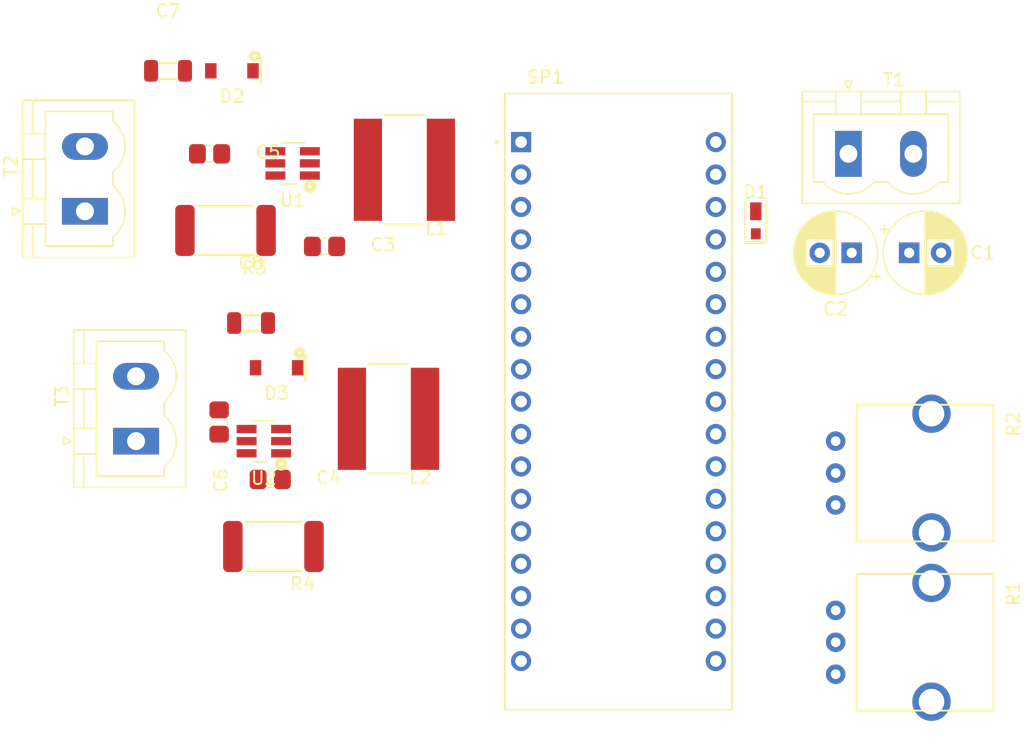
<source format=kicad_pcb>
(kicad_pcb (version 20171130) (host pcbnew "(5.1.6)-1")

  (general
    (thickness 1.6)
    (drawings 0)
    (tracks 0)
    (zones 0)
    (modules 23)
    (nets 39)
  )

  (page A4)
  (layers
    (0 F.Cu signal)
    (31 B.Cu signal)
    (32 B.Adhes user)
    (33 F.Adhes user)
    (34 B.Paste user)
    (35 F.Paste user)
    (36 B.SilkS user)
    (37 F.SilkS user)
    (38 B.Mask user)
    (39 F.Mask user)
    (40 Dwgs.User user)
    (41 Cmts.User user)
    (42 Eco1.User user)
    (43 Eco2.User user)
    (44 Edge.Cuts user)
    (45 Margin user)
    (46 B.CrtYd user)
    (47 F.CrtYd user)
    (48 B.Fab user)
    (49 F.Fab user)
  )

  (setup
    (last_trace_width 0.25)
    (trace_clearance 0.2)
    (zone_clearance 0.508)
    (zone_45_only no)
    (trace_min 0.2)
    (via_size 0.8)
    (via_drill 0.4)
    (via_min_size 0.4)
    (via_min_drill 0.3)
    (uvia_size 0.3)
    (uvia_drill 0.1)
    (uvias_allowed no)
    (uvia_min_size 0.2)
    (uvia_min_drill 0.1)
    (edge_width 0.05)
    (segment_width 0.2)
    (pcb_text_width 0.3)
    (pcb_text_size 1.5 1.5)
    (mod_edge_width 0.12)
    (mod_text_size 1 1)
    (mod_text_width 0.15)
    (pad_size 1.524 1.524)
    (pad_drill 0.762)
    (pad_to_mask_clearance 0.05)
    (aux_axis_origin 0 0)
    (visible_elements 7FFFFFFF)
    (pcbplotparams
      (layerselection 0x010fc_ffffffff)
      (usegerberextensions false)
      (usegerberattributes true)
      (usegerberadvancedattributes true)
      (creategerberjobfile true)
      (excludeedgelayer true)
      (linewidth 0.100000)
      (plotframeref false)
      (viasonmask false)
      (mode 1)
      (useauxorigin false)
      (hpglpennumber 1)
      (hpglpenspeed 20)
      (hpglpendiameter 15.000000)
      (psnegative false)
      (psa4output false)
      (plotreference true)
      (plotvalue true)
      (plotinvisibletext false)
      (padsonsilk false)
      (subtractmaskfromsilk false)
      (outputformat 1)
      (mirror false)
      (drillshape 1)
      (scaleselection 1)
      (outputdirectory ""))
  )

  (net 0 "")
  (net 1 +12V)
  (net 2 GND)
  (net 3 "Net-(C5-Pad1)")
  (net 4 "Net-(C6-Pad1)")
  (net 5 "Net-(C7-Pad1)")
  (net 6 "Net-(C8-Pad1)")
  (net 7 "Net-(D2-Pad1)")
  (net 8 "Net-(D3-Pad1)")
  (net 9 "Net-(R1-Pad2)")
  (net 10 +5V)
  (net 11 "Net-(R2-Pad2)")
  (net 12 "Net-(R3-Pad2)")
  (net 13 "Net-(R4-Pad2)")
  (net 14 "Net-(SP1-Pad34)")
  (net 15 "Net-(SP1-Pad33)")
  (net 16 "Net-(SP1-Pad30)")
  (net 17 "Net-(SP1-Pad26)")
  (net 18 "Net-(SP1-Pad25)")
  (net 19 "Net-(SP1-Pad24)")
  (net 20 "Net-(SP1-Pad23)")
  (net 21 "Net-(SP1-Pad20)")
  (net 22 "Net-(SP1-Pad19)")
  (net 23 "Net-(SP1-Pad18)")
  (net 24 /PWM_DIM2)
  (net 25 /PWM_DIM1)
  (net 26 "Net-(SP1-Pad15)")
  (net 27 "Net-(SP1-Pad14)")
  (net 28 "Net-(SP1-Pad13)")
  (net 29 "Net-(SP1-Pad12)")
  (net 30 "Net-(SP1-Pad11)")
  (net 31 "Net-(SP1-Pad10)")
  (net 32 "Net-(SP1-Pad9)")
  (net 33 "Net-(SP1-Pad8)")
  (net 34 "Net-(SP1-Pad7)")
  (net 35 "Net-(SP1-Pad4)")
  (net 36 "Net-(SP1-Pad3)")
  (net 37 "Net-(SP1-Pad2)")
  (net 38 "Net-(SP1-Pad1)")

  (net_class Default "This is the default net class."
    (clearance 0.2)
    (trace_width 0.25)
    (via_dia 0.8)
    (via_drill 0.4)
    (uvia_dia 0.3)
    (uvia_drill 0.1)
    (add_net +12V)
    (add_net +5V)
    (add_net /PWM_DIM1)
    (add_net /PWM_DIM2)
    (add_net GND)
    (add_net "Net-(C5-Pad1)")
    (add_net "Net-(C6-Pad1)")
    (add_net "Net-(C7-Pad1)")
    (add_net "Net-(C8-Pad1)")
    (add_net "Net-(D2-Pad1)")
    (add_net "Net-(D3-Pad1)")
    (add_net "Net-(R1-Pad2)")
    (add_net "Net-(R2-Pad2)")
    (add_net "Net-(R3-Pad2)")
    (add_net "Net-(R4-Pad2)")
    (add_net "Net-(SP1-Pad1)")
    (add_net "Net-(SP1-Pad10)")
    (add_net "Net-(SP1-Pad11)")
    (add_net "Net-(SP1-Pad12)")
    (add_net "Net-(SP1-Pad13)")
    (add_net "Net-(SP1-Pad14)")
    (add_net "Net-(SP1-Pad15)")
    (add_net "Net-(SP1-Pad18)")
    (add_net "Net-(SP1-Pad19)")
    (add_net "Net-(SP1-Pad2)")
    (add_net "Net-(SP1-Pad20)")
    (add_net "Net-(SP1-Pad23)")
    (add_net "Net-(SP1-Pad24)")
    (add_net "Net-(SP1-Pad25)")
    (add_net "Net-(SP1-Pad26)")
    (add_net "Net-(SP1-Pad3)")
    (add_net "Net-(SP1-Pad30)")
    (add_net "Net-(SP1-Pad33)")
    (add_net "Net-(SP1-Pad34)")
    (add_net "Net-(SP1-Pad4)")
    (add_net "Net-(SP1-Pad7)")
    (add_net "Net-(SP1-Pad8)")
    (add_net "Net-(SP1-Pad9)")
  )

  (module AVR-KiCAD-Lib-Capacitors:C1206 (layer F.Cu) (tedit 57D73A6E) (tstamp 5F24FE3B)
    (at 79.75 84.25 180)
    (path /5F30C9A6)
    (fp_text reference C8 (at 0 4.699) (layer F.SilkS)
      (effects (font (size 1 1) (thickness 0.15)))
    )
    (fp_text value C1206C105K3RACAUTO (at 0 -3.429) (layer F.Fab) hide
      (effects (font (size 1 1) (thickness 0.15)))
    )
    (fp_line (start 1.675 -0.875) (end 1.675 0.875) (layer Eco1.User) (width 0.05))
    (fp_line (start 1.675 0.875) (end -1.675 0.875) (layer Eco1.User) (width 0.05))
    (fp_line (start -1.675 0.875) (end -1.675 -0.875) (layer Eco1.User) (width 0.05))
    (fp_line (start -1.675 -0.875) (end 1.675 -0.875) (layer Eco1.User) (width 0.05))
    (fp_line (start -2 -1) (end 2 -1) (layer Dwgs.User) (width 0.05))
    (fp_line (start 2 -1) (end 2 1) (layer Dwgs.User) (width 0.05))
    (fp_line (start 2 1) (end -2 1) (layer Dwgs.User) (width 0.05))
    (fp_line (start -2 1) (end -2 -1) (layer Dwgs.User) (width 0.05))
    (fp_line (start 0.381 0) (end -0.381 0) (layer Dwgs.User) (width 0.05))
    (fp_line (start 0 -0.381) (end 0 0.381) (layer Dwgs.User) (width 0.05))
    (fp_line (start 0.635 0.635) (end -0.635 0.635) (layer F.SilkS) (width 0.2))
    (fp_line (start -0.635 -0.635) (end 0.635 -0.635) (layer F.SilkS) (width 0.2))
    (pad 2 smd roundrect (at 1.325 0 180) (size 1.1 1.7) (layers F.Cu F.Paste F.Mask) (roundrect_rratio 0.25)
      (net 2 GND) (solder_mask_margin 0.102))
    (pad 1 smd roundrect (at -1.325 0 180) (size 1.1 1.7) (layers F.Cu F.Paste F.Mask) (roundrect_rratio 0.25)
      (net 6 "Net-(C8-Pad1)") (solder_mask_margin 0.102))
    (model C:/Users/adam/Documents/GitHub/footprints/3D/STEP/CAPC-1206-T0.95-BN.stp
      (at (xyz 0 0 0))
      (scale (xyz 1 1 1))
      (rotate (xyz 0 0 0))
    )
  )

  (module AVR-KiCAD-Lib-Capacitors:C1206 (layer F.Cu) (tedit 57D73A6E) (tstamp 5F24FE23)
    (at 73.25 64.5 180)
    (path /5F25E546)
    (fp_text reference C7 (at 0 4.699) (layer F.SilkS)
      (effects (font (size 1 1) (thickness 0.15)))
    )
    (fp_text value C1206C105K3RACAUTO (at 0 -3.429) (layer F.Fab) hide
      (effects (font (size 1 1) (thickness 0.15)))
    )
    (fp_line (start 1.675 -0.875) (end 1.675 0.875) (layer Eco1.User) (width 0.05))
    (fp_line (start 1.675 0.875) (end -1.675 0.875) (layer Eco1.User) (width 0.05))
    (fp_line (start -1.675 0.875) (end -1.675 -0.875) (layer Eco1.User) (width 0.05))
    (fp_line (start -1.675 -0.875) (end 1.675 -0.875) (layer Eco1.User) (width 0.05))
    (fp_line (start -2 -1) (end 2 -1) (layer Dwgs.User) (width 0.05))
    (fp_line (start 2 -1) (end 2 1) (layer Dwgs.User) (width 0.05))
    (fp_line (start 2 1) (end -2 1) (layer Dwgs.User) (width 0.05))
    (fp_line (start -2 1) (end -2 -1) (layer Dwgs.User) (width 0.05))
    (fp_line (start 0.381 0) (end -0.381 0) (layer Dwgs.User) (width 0.05))
    (fp_line (start 0 -0.381) (end 0 0.381) (layer Dwgs.User) (width 0.05))
    (fp_line (start 0.635 0.635) (end -0.635 0.635) (layer F.SilkS) (width 0.2))
    (fp_line (start -0.635 -0.635) (end 0.635 -0.635) (layer F.SilkS) (width 0.2))
    (pad 2 smd roundrect (at 1.325 0 180) (size 1.1 1.7) (layers F.Cu F.Paste F.Mask) (roundrect_rratio 0.25)
      (net 2 GND) (solder_mask_margin 0.102))
    (pad 1 smd roundrect (at -1.325 0 180) (size 1.1 1.7) (layers F.Cu F.Paste F.Mask) (roundrect_rratio 0.25)
      (net 5 "Net-(C7-Pad1)") (solder_mask_margin 0.102))
    (model C:/Users/adam/Documents/GitHub/footprints/3D/STEP/CAPC-1206-T0.95-BN.stp
      (at (xyz 0 0 0))
      (scale (xyz 1 1 1))
      (rotate (xyz 0 0 0))
    )
  )

  (module AVR-KiCAD-Lib-ICs:SOT-23-6_Handsoldering (layer F.Cu) (tedit 5E83F218) (tstamp 5F24FFE2)
    (at 80.75 93.5 180)
    (descr "6-pin SOT-23 package, Handsoldering")
    (tags "SOT-23-6 Handsoldering")
    (path /5F30C987)
    (attr smd)
    (fp_text reference U2 (at 0 -2.9) (layer F.SilkS)
      (effects (font (size 1 1) (thickness 0.15)))
    )
    (fp_text value TPS61165DBVR (at 0 2.9) (layer F.Fab)
      (effects (font (size 1 1) (thickness 0.15)))
    )
    (fp_line (start 0.9 -1.55) (end 0.9 1.55) (layer F.Fab) (width 0.1))
    (fp_line (start 0.9 1.55) (end -0.9 1.55) (layer F.Fab) (width 0.1))
    (fp_line (start -0.9 -0.9) (end -0.9 1.55) (layer F.Fab) (width 0.1))
    (fp_line (start 0.9 -1.55) (end -0.25 -1.55) (layer F.Fab) (width 0.1))
    (fp_line (start -0.9 -0.9) (end -0.25 -1.55) (layer F.Fab) (width 0.1))
    (fp_line (start -2.4 -1.8) (end 2.4 -1.8) (layer F.CrtYd) (width 0.05))
    (fp_line (start 2.4 -1.8) (end 2.4 1.8) (layer F.CrtYd) (width 0.05))
    (fp_line (start 2.4 1.8) (end -2.4 1.8) (layer F.CrtYd) (width 0.05))
    (fp_line (start -2.4 1.8) (end -2.4 -1.8) (layer F.CrtYd) (width 0.05))
    (fp_line (start 0.9 -1.61) (end -0.3 -1.61) (layer F.SilkS) (width 0.12))
    (fp_line (start -0.9 1.61) (end 0.9 1.61) (layer F.SilkS) (width 0.12))
    (fp_circle (center -1.35 -1.8) (end -1.2 -1.85) (layer F.SilkS) (width 0.35))
    (fp_text user %R (at 0 0 90) (layer F.Fab)
      (effects (font (size 0.5 0.5) (thickness 0.075)))
    )
    (pad 1 smd rect (at -1.35 -0.95 180) (size 1.56 0.65) (layers F.Cu F.Paste F.Mask)
      (net 1 +12V))
    (pad 2 smd rect (at -1.35 0 180) (size 1.56 0.65) (layers F.Cu F.Paste F.Mask)
      (net 24 /PWM_DIM2))
    (pad 3 smd rect (at -1.35 0.95 180) (size 1.56 0.65) (layers F.Cu F.Paste F.Mask)
      (net 8 "Net-(D3-Pad1)"))
    (pad 4 smd rect (at 1.35 0.95 180) (size 1.56 0.65) (layers F.Cu F.Paste F.Mask)
      (net 2 GND))
    (pad 6 smd rect (at 1.35 -0.95 180) (size 1.56 0.65) (layers F.Cu F.Paste F.Mask)
      (net 13 "Net-(R4-Pad2)"))
    (pad 5 smd rect (at 1.35 0 180) (size 1.56 0.65) (layers F.Cu F.Paste F.Mask)
      (net 4 "Net-(C6-Pad1)"))
    (model ${KISYS3DMOD}/TO_SOT_Packages_SMD.3dshapes/SOT-23-6.wrl
      (at (xyz 0 0 0))
      (scale (xyz 1 1 1))
      (rotate (xyz 0 0 0))
    )
  )

  (module AVR-KiCAD-Lib-ICs:SOT-23-6_Handsoldering (layer F.Cu) (tedit 5E83F218) (tstamp 5F24FFCB)
    (at 83 71.75 180)
    (descr "6-pin SOT-23 package, Handsoldering")
    (tags "SOT-23-6 Handsoldering")
    (path /5EE1DDD4)
    (attr smd)
    (fp_text reference U1 (at 0 -2.9) (layer F.SilkS)
      (effects (font (size 1 1) (thickness 0.15)))
    )
    (fp_text value TPS61165DBVR (at 0 2.9) (layer F.Fab)
      (effects (font (size 1 1) (thickness 0.15)))
    )
    (fp_line (start 0.9 -1.55) (end 0.9 1.55) (layer F.Fab) (width 0.1))
    (fp_line (start 0.9 1.55) (end -0.9 1.55) (layer F.Fab) (width 0.1))
    (fp_line (start -0.9 -0.9) (end -0.9 1.55) (layer F.Fab) (width 0.1))
    (fp_line (start 0.9 -1.55) (end -0.25 -1.55) (layer F.Fab) (width 0.1))
    (fp_line (start -0.9 -0.9) (end -0.25 -1.55) (layer F.Fab) (width 0.1))
    (fp_line (start -2.4 -1.8) (end 2.4 -1.8) (layer F.CrtYd) (width 0.05))
    (fp_line (start 2.4 -1.8) (end 2.4 1.8) (layer F.CrtYd) (width 0.05))
    (fp_line (start 2.4 1.8) (end -2.4 1.8) (layer F.CrtYd) (width 0.05))
    (fp_line (start -2.4 1.8) (end -2.4 -1.8) (layer F.CrtYd) (width 0.05))
    (fp_line (start 0.9 -1.61) (end -0.3 -1.61) (layer F.SilkS) (width 0.12))
    (fp_line (start -0.9 1.61) (end 0.9 1.61) (layer F.SilkS) (width 0.12))
    (fp_circle (center -1.35 -1.8) (end -1.2 -1.85) (layer F.SilkS) (width 0.35))
    (fp_text user %R (at 0 0 90) (layer F.Fab)
      (effects (font (size 0.5 0.5) (thickness 0.075)))
    )
    (pad 1 smd rect (at -1.35 -0.95 180) (size 1.56 0.65) (layers F.Cu F.Paste F.Mask)
      (net 1 +12V))
    (pad 2 smd rect (at -1.35 0 180) (size 1.56 0.65) (layers F.Cu F.Paste F.Mask)
      (net 25 /PWM_DIM1))
    (pad 3 smd rect (at -1.35 0.95 180) (size 1.56 0.65) (layers F.Cu F.Paste F.Mask)
      (net 7 "Net-(D2-Pad1)"))
    (pad 4 smd rect (at 1.35 0.95 180) (size 1.56 0.65) (layers F.Cu F.Paste F.Mask)
      (net 2 GND))
    (pad 6 smd rect (at 1.35 -0.95 180) (size 1.56 0.65) (layers F.Cu F.Paste F.Mask)
      (net 12 "Net-(R3-Pad2)"))
    (pad 5 smd rect (at 1.35 0 180) (size 1.56 0.65) (layers F.Cu F.Paste F.Mask)
      (net 3 "Net-(C5-Pad1)"))
    (model ${KISYS3DMOD}/TO_SOT_Packages_SMD.3dshapes/SOT-23-6.wrl
      (at (xyz 0 0 0))
      (scale (xyz 1 1 1))
      (rotate (xyz 0 0 0))
    )
  )

  (module growbox-KiCAD-Connectors:PhoenixContact_MSTBVA-G_02x5.08mm_Vertical (layer F.Cu) (tedit 59566E5C) (tstamp 5F24FFB4)
    (at 70.75 93.5 90)
    (descr "Generic Phoenix Contact connector footprint for series: MSTBVA-G; number of pins: 02; pin pitch: 5.08mm; Vertical || order number: 1755736 12A || order number: 1924305 16A (HC)")
    (tags "phoenix_contact connector MSTBVA_01x02_G_5.08mm")
    (path /5F30CA99)
    (fp_text reference T3 (at 3.54 -5.8 90) (layer F.SilkS)
      (effects (font (size 1 1) (thickness 0.15)))
    )
    (fp_text value 1755736 (at 2.54 4.8 90) (layer F.Fab)
      (effects (font (size 1 1) (thickness 0.15)))
    )
    (fp_line (start -3.62 -4.88) (end -3.62 3.88) (layer F.SilkS) (width 0.12))
    (fp_line (start -3.62 3.88) (end 8.7 3.88) (layer F.SilkS) (width 0.12))
    (fp_line (start 8.7 3.88) (end 8.7 -4.88) (layer F.SilkS) (width 0.12))
    (fp_line (start 8.7 -4.88) (end -3.62 -4.88) (layer F.SilkS) (width 0.12))
    (fp_line (start -3.54 -4.8) (end -3.54 3.8) (layer F.Fab) (width 0.1))
    (fp_line (start -3.54 3.8) (end 8.62 3.8) (layer F.Fab) (width 0.1))
    (fp_line (start 8.62 3.8) (end 8.62 -4.8) (layer F.Fab) (width 0.1))
    (fp_line (start 8.62 -4.8) (end -3.54 -4.8) (layer F.Fab) (width 0.1))
    (fp_line (start -3.62 -4.1) (end -1.08 -4.1) (layer F.SilkS) (width 0.12))
    (fp_line (start 8.7 -4.1) (end 6.16 -4.1) (layer F.SilkS) (width 0.12))
    (fp_line (start 1 -4.1) (end 4.08 -4.1) (layer F.SilkS) (width 0.12))
    (fp_line (start -1 -3.1) (end -1 -4.88) (layer F.SilkS) (width 0.12))
    (fp_line (start -1 -4.88) (end 1 -4.88) (layer F.SilkS) (width 0.12))
    (fp_line (start 1 -4.88) (end 1 -3.1) (layer F.SilkS) (width 0.12))
    (fp_line (start 1 -3.1) (end -1 -3.1) (layer F.SilkS) (width 0.12))
    (fp_line (start 4.08 -3.1) (end 4.08 -4.88) (layer F.SilkS) (width 0.12))
    (fp_line (start 4.08 -4.88) (end 6.08 -4.88) (layer F.SilkS) (width 0.12))
    (fp_line (start 6.08 -4.88) (end 6.08 -3.1) (layer F.SilkS) (width 0.12))
    (fp_line (start 6.08 -3.1) (end 4.08 -3.1) (layer F.SilkS) (width 0.12))
    (fp_line (start 2 2.2) (end 3.08 2.2) (layer F.SilkS) (width 0.12))
    (fp_line (start -2 2.2) (end -2.74 2.2) (layer F.SilkS) (width 0.12))
    (fp_line (start -2.74 2.2) (end -2.74 -3.1) (layer F.SilkS) (width 0.12))
    (fp_line (start -2.74 -3.1) (end 7.82 -3.1) (layer F.SilkS) (width 0.12))
    (fp_line (start 7.82 -3.1) (end 7.82 2.2) (layer F.SilkS) (width 0.12))
    (fp_line (start 7.82 2.2) (end 7.08 2.2) (layer F.SilkS) (width 0.12))
    (fp_line (start -4.04 -5.3) (end -4.04 4.3) (layer F.CrtYd) (width 0.05))
    (fp_line (start -4.04 4.3) (end 9.12 4.3) (layer F.CrtYd) (width 0.05))
    (fp_line (start 9.12 4.3) (end 9.12 -5.3) (layer F.CrtYd) (width 0.05))
    (fp_line (start 9.12 -5.3) (end -4.04 -5.3) (layer F.CrtYd) (width 0.05))
    (fp_line (start 0.3 -5.68) (end 0 -5.08) (layer F.SilkS) (width 0.12))
    (fp_line (start 0 -5.08) (end -0.3 -5.68) (layer F.SilkS) (width 0.12))
    (fp_line (start -0.3 -5.68) (end 0.3 -5.68) (layer F.SilkS) (width 0.12))
    (fp_line (start 0.5 -3.55) (end 0 -2.55) (layer F.Fab) (width 0.1))
    (fp_line (start 0 -2.55) (end -0.5 -3.55) (layer F.Fab) (width 0.1))
    (fp_line (start -0.5 -3.55) (end 0.5 -3.55) (layer F.Fab) (width 0.1))
    (fp_arc (start 0 0.55) (end -2 2.2) (angle -100.5) (layer F.SilkS) (width 0.12))
    (fp_arc (start 5.08 0.55) (end 3.08 2.2) (angle -100.5) (layer F.SilkS) (width 0.12))
    (fp_text user %R (at 3.54 -3 90) (layer F.Fab)
      (effects (font (size 1 1) (thickness 0.15)))
    )
    (pad 1 thru_hole rect (at 0 0 90) (size 2.08 3.6) (drill 1.4) (layers *.Cu *.Mask)
      (net 6 "Net-(C8-Pad1)"))
    (pad 2 thru_hole oval (at 5.08 0 90) (size 2.08 3.6) (drill 1.4) (layers *.Cu *.Mask)
      (net 13 "Net-(R4-Pad2)"))
    (model ${KISYS3DMOD}/Connectors_Phoenix.3dshapes/PhoenixContact_MSTBVA-G_02x5.08mm_Vertical.wrl
      (at (xyz 0 0 0))
      (scale (xyz 1 1 1))
      (rotate (xyz 0 0 0))
    )
  )

  (module growbox-KiCAD-Connectors:PhoenixContact_MSTBVA-G_02x5.08mm_Vertical (layer F.Cu) (tedit 59566E5C) (tstamp 5F24FF88)
    (at 66.75 75.5 90)
    (descr "Generic Phoenix Contact connector footprint for series: MSTBVA-G; number of pins: 02; pin pitch: 5.08mm; Vertical || order number: 1755736 12A || order number: 1924305 16A (HC)")
    (tags "phoenix_contact connector MSTBVA_01x02_G_5.08mm")
    (path /5F2E2053)
    (fp_text reference T2 (at 3.54 -5.8 90) (layer F.SilkS)
      (effects (font (size 1 1) (thickness 0.15)))
    )
    (fp_text value 1755736 (at 2.54 4.8 90) (layer F.Fab)
      (effects (font (size 1 1) (thickness 0.15)))
    )
    (fp_line (start -3.62 -4.88) (end -3.62 3.88) (layer F.SilkS) (width 0.12))
    (fp_line (start -3.62 3.88) (end 8.7 3.88) (layer F.SilkS) (width 0.12))
    (fp_line (start 8.7 3.88) (end 8.7 -4.88) (layer F.SilkS) (width 0.12))
    (fp_line (start 8.7 -4.88) (end -3.62 -4.88) (layer F.SilkS) (width 0.12))
    (fp_line (start -3.54 -4.8) (end -3.54 3.8) (layer F.Fab) (width 0.1))
    (fp_line (start -3.54 3.8) (end 8.62 3.8) (layer F.Fab) (width 0.1))
    (fp_line (start 8.62 3.8) (end 8.62 -4.8) (layer F.Fab) (width 0.1))
    (fp_line (start 8.62 -4.8) (end -3.54 -4.8) (layer F.Fab) (width 0.1))
    (fp_line (start -3.62 -4.1) (end -1.08 -4.1) (layer F.SilkS) (width 0.12))
    (fp_line (start 8.7 -4.1) (end 6.16 -4.1) (layer F.SilkS) (width 0.12))
    (fp_line (start 1 -4.1) (end 4.08 -4.1) (layer F.SilkS) (width 0.12))
    (fp_line (start -1 -3.1) (end -1 -4.88) (layer F.SilkS) (width 0.12))
    (fp_line (start -1 -4.88) (end 1 -4.88) (layer F.SilkS) (width 0.12))
    (fp_line (start 1 -4.88) (end 1 -3.1) (layer F.SilkS) (width 0.12))
    (fp_line (start 1 -3.1) (end -1 -3.1) (layer F.SilkS) (width 0.12))
    (fp_line (start 4.08 -3.1) (end 4.08 -4.88) (layer F.SilkS) (width 0.12))
    (fp_line (start 4.08 -4.88) (end 6.08 -4.88) (layer F.SilkS) (width 0.12))
    (fp_line (start 6.08 -4.88) (end 6.08 -3.1) (layer F.SilkS) (width 0.12))
    (fp_line (start 6.08 -3.1) (end 4.08 -3.1) (layer F.SilkS) (width 0.12))
    (fp_line (start 2 2.2) (end 3.08 2.2) (layer F.SilkS) (width 0.12))
    (fp_line (start -2 2.2) (end -2.74 2.2) (layer F.SilkS) (width 0.12))
    (fp_line (start -2.74 2.2) (end -2.74 -3.1) (layer F.SilkS) (width 0.12))
    (fp_line (start -2.74 -3.1) (end 7.82 -3.1) (layer F.SilkS) (width 0.12))
    (fp_line (start 7.82 -3.1) (end 7.82 2.2) (layer F.SilkS) (width 0.12))
    (fp_line (start 7.82 2.2) (end 7.08 2.2) (layer F.SilkS) (width 0.12))
    (fp_line (start -4.04 -5.3) (end -4.04 4.3) (layer F.CrtYd) (width 0.05))
    (fp_line (start -4.04 4.3) (end 9.12 4.3) (layer F.CrtYd) (width 0.05))
    (fp_line (start 9.12 4.3) (end 9.12 -5.3) (layer F.CrtYd) (width 0.05))
    (fp_line (start 9.12 -5.3) (end -4.04 -5.3) (layer F.CrtYd) (width 0.05))
    (fp_line (start 0.3 -5.68) (end 0 -5.08) (layer F.SilkS) (width 0.12))
    (fp_line (start 0 -5.08) (end -0.3 -5.68) (layer F.SilkS) (width 0.12))
    (fp_line (start -0.3 -5.68) (end 0.3 -5.68) (layer F.SilkS) (width 0.12))
    (fp_line (start 0.5 -3.55) (end 0 -2.55) (layer F.Fab) (width 0.1))
    (fp_line (start 0 -2.55) (end -0.5 -3.55) (layer F.Fab) (width 0.1))
    (fp_line (start -0.5 -3.55) (end 0.5 -3.55) (layer F.Fab) (width 0.1))
    (fp_arc (start 0 0.55) (end -2 2.2) (angle -100.5) (layer F.SilkS) (width 0.12))
    (fp_arc (start 5.08 0.55) (end 3.08 2.2) (angle -100.5) (layer F.SilkS) (width 0.12))
    (fp_text user %R (at 3.54 -3 90) (layer F.Fab)
      (effects (font (size 1 1) (thickness 0.15)))
    )
    (pad 1 thru_hole rect (at 0 0 90) (size 2.08 3.6) (drill 1.4) (layers *.Cu *.Mask)
      (net 5 "Net-(C7-Pad1)"))
    (pad 2 thru_hole oval (at 5.08 0 90) (size 2.08 3.6) (drill 1.4) (layers *.Cu *.Mask)
      (net 12 "Net-(R3-Pad2)"))
    (model ${KISYS3DMOD}/Connectors_Phoenix.3dshapes/PhoenixContact_MSTBVA-G_02x5.08mm_Vertical.wrl
      (at (xyz 0 0 0))
      (scale (xyz 1 1 1))
      (rotate (xyz 0 0 0))
    )
  )

  (module growbox-KiCAD-Connectors:PhoenixContact_MSTBVA-G_02x5.08mm_Vertical (layer F.Cu) (tedit 59566E5C) (tstamp 5F24FF5C)
    (at 126.5 71)
    (descr "Generic Phoenix Contact connector footprint for series: MSTBVA-G; number of pins: 02; pin pitch: 5.08mm; Vertical || order number: 1755736 12A || order number: 1924305 16A (HC)")
    (tags "phoenix_contact connector MSTBVA_01x02_G_5.08mm")
    (path /5F32F870)
    (fp_text reference T1 (at 3.54 -5.8) (layer F.SilkS)
      (effects (font (size 1 1) (thickness 0.15)))
    )
    (fp_text value 1755736 (at 2.54 4.8) (layer F.Fab)
      (effects (font (size 1 1) (thickness 0.15)))
    )
    (fp_line (start -3.62 -4.88) (end -3.62 3.88) (layer F.SilkS) (width 0.12))
    (fp_line (start -3.62 3.88) (end 8.7 3.88) (layer F.SilkS) (width 0.12))
    (fp_line (start 8.7 3.88) (end 8.7 -4.88) (layer F.SilkS) (width 0.12))
    (fp_line (start 8.7 -4.88) (end -3.62 -4.88) (layer F.SilkS) (width 0.12))
    (fp_line (start -3.54 -4.8) (end -3.54 3.8) (layer F.Fab) (width 0.1))
    (fp_line (start -3.54 3.8) (end 8.62 3.8) (layer F.Fab) (width 0.1))
    (fp_line (start 8.62 3.8) (end 8.62 -4.8) (layer F.Fab) (width 0.1))
    (fp_line (start 8.62 -4.8) (end -3.54 -4.8) (layer F.Fab) (width 0.1))
    (fp_line (start -3.62 -4.1) (end -1.08 -4.1) (layer F.SilkS) (width 0.12))
    (fp_line (start 8.7 -4.1) (end 6.16 -4.1) (layer F.SilkS) (width 0.12))
    (fp_line (start 1 -4.1) (end 4.08 -4.1) (layer F.SilkS) (width 0.12))
    (fp_line (start -1 -3.1) (end -1 -4.88) (layer F.SilkS) (width 0.12))
    (fp_line (start -1 -4.88) (end 1 -4.88) (layer F.SilkS) (width 0.12))
    (fp_line (start 1 -4.88) (end 1 -3.1) (layer F.SilkS) (width 0.12))
    (fp_line (start 1 -3.1) (end -1 -3.1) (layer F.SilkS) (width 0.12))
    (fp_line (start 4.08 -3.1) (end 4.08 -4.88) (layer F.SilkS) (width 0.12))
    (fp_line (start 4.08 -4.88) (end 6.08 -4.88) (layer F.SilkS) (width 0.12))
    (fp_line (start 6.08 -4.88) (end 6.08 -3.1) (layer F.SilkS) (width 0.12))
    (fp_line (start 6.08 -3.1) (end 4.08 -3.1) (layer F.SilkS) (width 0.12))
    (fp_line (start 2 2.2) (end 3.08 2.2) (layer F.SilkS) (width 0.12))
    (fp_line (start -2 2.2) (end -2.74 2.2) (layer F.SilkS) (width 0.12))
    (fp_line (start -2.74 2.2) (end -2.74 -3.1) (layer F.SilkS) (width 0.12))
    (fp_line (start -2.74 -3.1) (end 7.82 -3.1) (layer F.SilkS) (width 0.12))
    (fp_line (start 7.82 -3.1) (end 7.82 2.2) (layer F.SilkS) (width 0.12))
    (fp_line (start 7.82 2.2) (end 7.08 2.2) (layer F.SilkS) (width 0.12))
    (fp_line (start -4.04 -5.3) (end -4.04 4.3) (layer F.CrtYd) (width 0.05))
    (fp_line (start -4.04 4.3) (end 9.12 4.3) (layer F.CrtYd) (width 0.05))
    (fp_line (start 9.12 4.3) (end 9.12 -5.3) (layer F.CrtYd) (width 0.05))
    (fp_line (start 9.12 -5.3) (end -4.04 -5.3) (layer F.CrtYd) (width 0.05))
    (fp_line (start 0.3 -5.68) (end 0 -5.08) (layer F.SilkS) (width 0.12))
    (fp_line (start 0 -5.08) (end -0.3 -5.68) (layer F.SilkS) (width 0.12))
    (fp_line (start -0.3 -5.68) (end 0.3 -5.68) (layer F.SilkS) (width 0.12))
    (fp_line (start 0.5 -3.55) (end 0 -2.55) (layer F.Fab) (width 0.1))
    (fp_line (start 0 -2.55) (end -0.5 -3.55) (layer F.Fab) (width 0.1))
    (fp_line (start -0.5 -3.55) (end 0.5 -3.55) (layer F.Fab) (width 0.1))
    (fp_arc (start 0 0.55) (end -2 2.2) (angle -100.5) (layer F.SilkS) (width 0.12))
    (fp_arc (start 5.08 0.55) (end 3.08 2.2) (angle -100.5) (layer F.SilkS) (width 0.12))
    (fp_text user %R (at 3.54 -3) (layer F.Fab)
      (effects (font (size 1 1) (thickness 0.15)))
    )
    (pad 1 thru_hole rect (at 0 0) (size 2.08 3.6) (drill 1.4) (layers *.Cu *.Mask)
      (net 1 +12V))
    (pad 2 thru_hole oval (at 5.08 0) (size 2.08 3.6) (drill 1.4) (layers *.Cu *.Mask)
      (net 2 GND))
    (model ${KISYS3DMOD}/Connectors_Phoenix.3dshapes/PhoenixContact_MSTBVA-G_02x5.08mm_Vertical.wrl
      (at (xyz 0 0 0))
      (scale (xyz 1 1 1))
      (rotate (xyz 0 0 0))
    )
  )

  (module AVR-KiCAD-Lib-Special:ARDUINO_A000053 (layer F.Cu) (tedit 5F24F321) (tstamp 5F24FF30)
    (at 108.5 90.4)
    (path /5F385434)
    (fp_text reference SP1 (at -5.715 -25.4) (layer F.SilkS)
      (effects (font (size 1 1) (thickness 0.15)))
    )
    (fp_text value Arduino_Micro (at 0.635 26.035) (layer F.Fab)
      (effects (font (size 1 1) (thickness 0.15)))
    )
    (fp_line (start -8.89 24.13) (end 8.89 24.13) (layer F.Fab) (width 0.127))
    (fp_line (start 8.89 24.13) (end 8.89 -24.13) (layer F.Fab) (width 0.127))
    (fp_line (start -8.89 24.13) (end -8.89 -24.13) (layer F.Fab) (width 0.127))
    (fp_line (start -8.89 -24.13) (end 8.89 -24.13) (layer F.Fab) (width 0.127))
    (fp_line (start -8.89 24.13) (end 8.89 24.13) (layer F.SilkS) (width 0.127))
    (fp_line (start 8.89 24.13) (end 8.89 -24.13) (layer F.SilkS) (width 0.127))
    (fp_line (start -8.89 24.13) (end -8.89 -24.13) (layer F.SilkS) (width 0.127))
    (fp_line (start -8.89 -24.13) (end 8.89 -24.13) (layer F.SilkS) (width 0.127))
    (fp_line (start -9.14 24.38) (end 9.14 24.38) (layer F.CrtYd) (width 0.05))
    (fp_line (start 9.14 24.38) (end 9.14 -24.38) (layer F.CrtYd) (width 0.05))
    (fp_line (start -9.14 24.38) (end -9.14 -24.38) (layer F.CrtYd) (width 0.05))
    (fp_line (start -9.14 -24.38) (end 9.14 -24.38) (layer F.CrtYd) (width 0.05))
    (fp_circle (center -9.525 -20.32) (end -9.425 -20.32) (layer F.SilkS) (width 0.2))
    (fp_circle (center -9.525 -20.32) (end -9.425 -20.32) (layer F.Fab) (width 0.2))
    (pad None np_thru_hole circle (at 7.62 -22.86) (size 1.2 1.2) (drill 1.2) (layers *.Cu *.Mask))
    (pad None np_thru_hole circle (at -7.62 -22.86) (size 1.2 1.2) (drill 1.2) (layers *.Cu *.Mask))
    (pad None np_thru_hole circle (at 7.62 22.86) (size 1.2 1.2) (drill 1.2) (layers *.Cu *.Mask))
    (pad None np_thru_hole circle (at -7.62 22.86) (size 1.2 1.2) (drill 1.2) (layers *.Cu *.Mask))
    (pad 34 thru_hole circle (at 7.62 -20.32) (size 1.5748 1.5748) (drill 0.9144) (layers *.Cu *.Mask)
      (net 14 "Net-(SP1-Pad34)"))
    (pad 33 thru_hole circle (at 7.62 -17.78) (size 1.5748 1.5748) (drill 0.9144) (layers *.Cu *.Mask)
      (net 15 "Net-(SP1-Pad33)"))
    (pad 32 thru_hole circle (at 7.62 -15.24) (size 1.5748 1.5748) (drill 0.9144) (layers *.Cu *.Mask)
      (net 1 +12V))
    (pad 31 thru_hole circle (at 7.62 -12.7) (size 1.5748 1.5748) (drill 0.9144) (layers *.Cu *.Mask)
      (net 2 GND))
    (pad 30 thru_hole circle (at 7.62 -10.16) (size 1.5748 1.5748) (drill 0.9144) (layers *.Cu *.Mask)
      (net 16 "Net-(SP1-Pad30)"))
    (pad 29 thru_hole circle (at 7.62 -7.62) (size 1.5748 1.5748) (drill 0.9144) (layers *.Cu *.Mask)
      (net 10 +5V))
    (pad 28 thru_hole circle (at 7.62 -5.08) (size 1.5748 1.5748) (drill 0.9144) (layers *.Cu *.Mask))
    (pad 27 thru_hole circle (at 7.62 -2.54) (size 1.5748 1.5748) (drill 0.9144) (layers *.Cu *.Mask))
    (pad 26 thru_hole circle (at 7.62 0) (size 1.5748 1.5748) (drill 0.9144) (layers *.Cu *.Mask)
      (net 17 "Net-(SP1-Pad26)"))
    (pad 25 thru_hole circle (at 7.62 2.54) (size 1.5748 1.5748) (drill 0.9144) (layers *.Cu *.Mask)
      (net 18 "Net-(SP1-Pad25)"))
    (pad 24 thru_hole circle (at 7.62 5.08) (size 1.5748 1.5748) (drill 0.9144) (layers *.Cu *.Mask)
      (net 19 "Net-(SP1-Pad24)"))
    (pad 23 thru_hole circle (at 7.62 7.62) (size 1.5748 1.5748) (drill 0.9144) (layers *.Cu *.Mask)
      (net 20 "Net-(SP1-Pad23)"))
    (pad 22 thru_hole circle (at 7.62 10.16) (size 1.5748 1.5748) (drill 0.9144) (layers *.Cu *.Mask)
      (net 11 "Net-(R2-Pad2)"))
    (pad 21 thru_hole circle (at 7.62 12.7) (size 1.5748 1.5748) (drill 0.9144) (layers *.Cu *.Mask)
      (net 9 "Net-(R1-Pad2)"))
    (pad 20 thru_hole circle (at 7.62 15.24) (size 1.5748 1.5748) (drill 0.9144) (layers *.Cu *.Mask)
      (net 21 "Net-(SP1-Pad20)"))
    (pad 19 thru_hole circle (at 7.62 17.78) (size 1.5748 1.5748) (drill 0.9144) (layers *.Cu *.Mask)
      (net 22 "Net-(SP1-Pad19)"))
    (pad 18 thru_hole circle (at 7.62 20.32) (size 1.5748 1.5748) (drill 0.9144) (layers *.Cu *.Mask)
      (net 23 "Net-(SP1-Pad18)"))
    (pad 17 thru_hole circle (at -7.62 20.32) (size 1.5748 1.5748) (drill 0.9144) (layers *.Cu *.Mask)
      (net 24 /PWM_DIM2))
    (pad 16 thru_hole circle (at -7.62 17.78) (size 1.5748 1.5748) (drill 0.9144) (layers *.Cu *.Mask)
      (net 25 /PWM_DIM1))
    (pad 15 thru_hole circle (at -7.62 15.24) (size 1.5748 1.5748) (drill 0.9144) (layers *.Cu *.Mask)
      (net 26 "Net-(SP1-Pad15)"))
    (pad 14 thru_hole circle (at -7.62 12.7) (size 1.5748 1.5748) (drill 0.9144) (layers *.Cu *.Mask)
      (net 27 "Net-(SP1-Pad14)"))
    (pad 13 thru_hole circle (at -7.62 10.16) (size 1.5748 1.5748) (drill 0.9144) (layers *.Cu *.Mask)
      (net 28 "Net-(SP1-Pad13)"))
    (pad 12 thru_hole circle (at -7.62 7.62) (size 1.5748 1.5748) (drill 0.9144) (layers *.Cu *.Mask)
      (net 29 "Net-(SP1-Pad12)"))
    (pad 11 thru_hole circle (at -7.62 5.08) (size 1.5748 1.5748) (drill 0.9144) (layers *.Cu *.Mask)
      (net 30 "Net-(SP1-Pad11)"))
    (pad 10 thru_hole circle (at -7.62 2.54) (size 1.5748 1.5748) (drill 0.9144) (layers *.Cu *.Mask)
      (net 31 "Net-(SP1-Pad10)"))
    (pad 9 thru_hole circle (at -7.62 0) (size 1.5748 1.5748) (drill 0.9144) (layers *.Cu *.Mask)
      (net 32 "Net-(SP1-Pad9)"))
    (pad 8 thru_hole circle (at -7.62 -2.54) (size 1.5748 1.5748) (drill 0.9144) (layers *.Cu *.Mask)
      (net 33 "Net-(SP1-Pad8)"))
    (pad 7 thru_hole circle (at -7.62 -5.08) (size 1.5748 1.5748) (drill 0.9144) (layers *.Cu *.Mask)
      (net 34 "Net-(SP1-Pad7)"))
    (pad 6 thru_hole circle (at -7.62 -7.62) (size 1.5748 1.5748) (drill 0.9144) (layers *.Cu *.Mask)
      (net 2 GND))
    (pad 5 thru_hole circle (at -7.62 -10.16) (size 1.5748 1.5748) (drill 0.9144) (layers *.Cu *.Mask)
      (net 16 "Net-(SP1-Pad30)"))
    (pad 4 thru_hole circle (at -7.62 -12.7) (size 1.5748 1.5748) (drill 0.9144) (layers *.Cu *.Mask)
      (net 35 "Net-(SP1-Pad4)"))
    (pad 3 thru_hole circle (at -7.62 -15.24) (size 1.5748 1.5748) (drill 0.9144) (layers *.Cu *.Mask)
      (net 36 "Net-(SP1-Pad3)"))
    (pad 2 thru_hole circle (at -7.62 -17.78) (size 1.5748 1.5748) (drill 0.9144) (layers *.Cu *.Mask)
      (net 37 "Net-(SP1-Pad2)"))
    (pad 1 thru_hole rect (at -7.62 -20.32) (size 1.5748 1.5748) (drill 0.9144) (layers *.Cu *.Mask)
      (net 38 "Net-(SP1-Pad1)"))
    (model "${AVR_KICAD_LIB}/3D/STEP/ARDUINO MICRO.STEP"
      (offset (xyz 7.6 -20.325 3))
      (scale (xyz 1 1 1))
      (rotate (xyz -90 0 -90))
    )
  )

  (module AVR-KiCAD-Lib-Resistors:R2512 (layer F.Cu) (tedit 5F24E6A2) (tstamp 5F24FEF8)
    (at 81.5 101.75 180)
    (path /5F30CA4A)
    (fp_text reference R4 (at -2.286 -2.921) (layer F.SilkS)
      (effects (font (size 1 1) (thickness 0.15)))
    )
    (fp_text value WSLT2512R5000FEA (at 2.159 2.794) (layer F.Fab)
      (effects (font (size 1 1) (thickness 0.15)))
    )
    (fp_line (start -3.175 -1.55) (end 3.175 -1.55) (layer Eco1.User) (width 0.05))
    (fp_line (start 3.175 -1.55) (end 3.175 1.55) (layer Eco1.User) (width 0.05))
    (fp_line (start 3.175 1.55) (end -3.175 1.55) (layer Eco1.User) (width 0.05))
    (fp_line (start -3.175 1.55) (end -3.175 -1.55) (layer Eco1.User) (width 0.05))
    (fp_line (start 0 -0.635) (end 0 0.635) (layer Dwgs.User) (width 0.05))
    (fp_line (start 0.635 0) (end -0.635 0) (layer Dwgs.User) (width 0.05))
    (fp_line (start 4.445 -2.54) (end 4.445 2.54) (layer Dwgs.User) (width 0.05))
    (fp_line (start 4.445 2.54) (end -4.445 2.54) (layer Dwgs.User) (width 0.05))
    (fp_line (start -4.445 2.54) (end -4.445 -2.54) (layer Dwgs.User) (width 0.05))
    (fp_line (start -4.445 -2.54) (end 4.445 -2.54) (layer Dwgs.User) (width 0.05))
    (fp_line (start -2.159 -1.905) (end 2.159 -1.905) (layer F.SilkS) (width 0.2))
    (fp_line (start -2.159 1.905) (end 2.159 1.905) (layer F.SilkS) (width 0.2))
    (pad 2 smd roundrect (at 3.175 0 180) (size 1.524 4) (layers F.Cu F.Paste F.Mask) (roundrect_rratio 0.25)
      (net 13 "Net-(R4-Pad2)") (solder_mask_margin 0.102))
    (pad 1 smd roundrect (at -3.175 0 180) (size 1.524 4) (layers F.Cu F.Paste F.Mask) (roundrect_rratio 0.25)
      (net 2 GND) (solder_mask_margin 0.102))
    (model "${AVR_KICAD_LIB}/3D/STEP/WSLT2512 (0.01 to 0.5).stp"
      (at (xyz 0 0 0))
      (scale (xyz 1 1 1))
      (rotate (xyz 0 0 0))
    )
  )

  (module AVR-KiCAD-Lib-Resistors:R2512 (layer F.Cu) (tedit 5F24E6A2) (tstamp 5F24FEE6)
    (at 77.75 77 180)
    (path /5F29C145)
    (fp_text reference R3 (at -2.286 -2.921) (layer F.SilkS)
      (effects (font (size 1 1) (thickness 0.15)))
    )
    (fp_text value WSLT2512R5000FEA (at 2.159 2.794) (layer F.Fab)
      (effects (font (size 1 1) (thickness 0.15)))
    )
    (fp_line (start -3.175 -1.55) (end 3.175 -1.55) (layer Eco1.User) (width 0.05))
    (fp_line (start 3.175 -1.55) (end 3.175 1.55) (layer Eco1.User) (width 0.05))
    (fp_line (start 3.175 1.55) (end -3.175 1.55) (layer Eco1.User) (width 0.05))
    (fp_line (start -3.175 1.55) (end -3.175 -1.55) (layer Eco1.User) (width 0.05))
    (fp_line (start 0 -0.635) (end 0 0.635) (layer Dwgs.User) (width 0.05))
    (fp_line (start 0.635 0) (end -0.635 0) (layer Dwgs.User) (width 0.05))
    (fp_line (start 4.445 -2.54) (end 4.445 2.54) (layer Dwgs.User) (width 0.05))
    (fp_line (start 4.445 2.54) (end -4.445 2.54) (layer Dwgs.User) (width 0.05))
    (fp_line (start -4.445 2.54) (end -4.445 -2.54) (layer Dwgs.User) (width 0.05))
    (fp_line (start -4.445 -2.54) (end 4.445 -2.54) (layer Dwgs.User) (width 0.05))
    (fp_line (start -2.159 -1.905) (end 2.159 -1.905) (layer F.SilkS) (width 0.2))
    (fp_line (start -2.159 1.905) (end 2.159 1.905) (layer F.SilkS) (width 0.2))
    (pad 2 smd roundrect (at 3.175 0 180) (size 1.524 4) (layers F.Cu F.Paste F.Mask) (roundrect_rratio 0.25)
      (net 12 "Net-(R3-Pad2)") (solder_mask_margin 0.102))
    (pad 1 smd roundrect (at -3.175 0 180) (size 1.524 4) (layers F.Cu F.Paste F.Mask) (roundrect_rratio 0.25)
      (net 2 GND) (solder_mask_margin 0.102))
    (model "${AVR_KICAD_LIB}/3D/STEP/WSLT2512 (0.01 to 0.5).stp"
      (at (xyz 0 0 0))
      (scale (xyz 1 1 1))
      (rotate (xyz 0 0 0))
    )
  )

  (module AVR-KiCAD-Lib-Potentiometers:P0915N-FC15BR10K (layer F.Cu) (tedit 5CEAFDF8) (tstamp 5F24FED4)
    (at 129.25 96 270)
    (path /5F3DD218)
    (fp_text reference R2 (at -3.81 -10.16 90) (layer F.SilkS)
      (effects (font (size 1 1) (thickness 0.15)))
    )
    (fp_text value P0915N-EC15BR100K (at 0 6.35 90) (layer F.Fab)
      (effects (font (size 1 1) (thickness 0.15)))
    )
    (fp_line (start 5.35 -8.6) (end 5.35 2.1) (layer F.SilkS) (width 0.15))
    (fp_line (start -5.35 2.1) (end 5.35 2.1) (layer F.SilkS) (width 0.15))
    (fp_line (start -5.35 -8.6) (end -5.35 2.1) (layer F.SilkS) (width 0.15))
    (fp_line (start -5.35 -8.6) (end 5.35 -8.6) (layer F.SilkS) (width 0.15))
    (pad 5 thru_hole circle (at 4.65 -3.75 270) (size 3 3) (drill oval 2) (layers *.Cu *.Mask))
    (pad 4 thru_hole circle (at -4.65 -3.75 270) (size 3 3) (drill oval 2) (layers *.Cu *.Mask))
    (pad 3 thru_hole circle (at 2.5 3.75 270) (size 1.524 1.524) (drill 0.762) (layers *.Cu *.Mask)
      (net 2 GND))
    (pad 2 thru_hole circle (at 0 3.75 270) (size 1.524 1.524) (drill 0.762) (layers *.Cu *.Mask)
      (net 11 "Net-(R2-Pad2)"))
    (pad 1 thru_hole circle (at -2.5 3.75 270) (size 1.524 1.524) (drill 0.762) (layers *.Cu *.Mask)
      (net 10 +5V))
    (model ${AVR_KICAD_LIB}/3D/STEP/P0915N.step
      (offset (xyz 0 3.8 -0.1))
      (scale (xyz 1 1 1))
      (rotate (xyz 0 0 0))
    )
  )

  (module AVR-KiCAD-Lib-Potentiometers:P0915N-FC15BR10K (layer F.Cu) (tedit 5CEAFDF8) (tstamp 5F24FEC7)
    (at 129.25 109.25 270)
    (path /5F3C29D5)
    (fp_text reference R1 (at -3.81 -10.16 90) (layer F.SilkS)
      (effects (font (size 1 1) (thickness 0.15)))
    )
    (fp_text value P0915N-EC15BR100K (at 0 6.35 90) (layer F.Fab)
      (effects (font (size 1 1) (thickness 0.15)))
    )
    (fp_line (start 5.35 -8.6) (end 5.35 2.1) (layer F.SilkS) (width 0.15))
    (fp_line (start -5.35 2.1) (end 5.35 2.1) (layer F.SilkS) (width 0.15))
    (fp_line (start -5.35 -8.6) (end -5.35 2.1) (layer F.SilkS) (width 0.15))
    (fp_line (start -5.35 -8.6) (end 5.35 -8.6) (layer F.SilkS) (width 0.15))
    (pad 5 thru_hole circle (at 4.65 -3.75 270) (size 3 3) (drill oval 2) (layers *.Cu *.Mask))
    (pad 4 thru_hole circle (at -4.65 -3.75 270) (size 3 3) (drill oval 2) (layers *.Cu *.Mask))
    (pad 3 thru_hole circle (at 2.5 3.75 270) (size 1.524 1.524) (drill 0.762) (layers *.Cu *.Mask)
      (net 2 GND))
    (pad 2 thru_hole circle (at 0 3.75 270) (size 1.524 1.524) (drill 0.762) (layers *.Cu *.Mask)
      (net 9 "Net-(R1-Pad2)"))
    (pad 1 thru_hole circle (at -2.5 3.75 270) (size 1.524 1.524) (drill 0.762) (layers *.Cu *.Mask)
      (net 10 +5V))
    (model ${AVR_KICAD_LIB}/3D/STEP/P0915N.step
      (offset (xyz 0 3.8 -0.1))
      (scale (xyz 1 1 1))
      (rotate (xyz 0 0 0))
    )
  )

  (module AVR-KiCAD-Lib-Inductors:SRN8040-220M (layer F.Cu) (tedit 5F24E5B0) (tstamp 5F24FEBA)
    (at 90.5 91.75 180)
    (path /5F30CA02)
    (fp_text reference L2 (at -2.5 -4.6) (layer F.SilkS)
      (effects (font (size 1 1) (thickness 0.15)))
    )
    (fp_text value SRN8040-220M (at 0 5.3) (layer F.Fab) hide
      (effects (font (size 1 1) (thickness 0.15)))
    )
    (fp_line (start -1.571903 4.2799) (end 1.571903 4.2799) (layer F.SilkS) (width 0.1524))
    (fp_line (start 1.571903 -4.2799) (end -1.571903 -4.2799) (layer F.SilkS) (width 0.1524))
    (fp_line (start -2.07645 -4.1529) (end -4.1529 -2.07645) (layer F.Fab) (width 0.1524))
    (fp_line (start -4.1529 -2.07645) (end -4.1529 2.07645) (layer F.Fab) (width 0.1524))
    (fp_line (start -4.1529 2.07645) (end -2.07645 4.1529) (layer F.Fab) (width 0.1524))
    (fp_line (start -2.07645 4.1529) (end 2.07645 4.1529) (layer F.Fab) (width 0.1524))
    (fp_line (start 2.07645 4.1529) (end 4.1529 2.07645) (layer F.Fab) (width 0.1524))
    (fp_line (start 4.1529 2.07645) (end 4.1529 -2.07645) (layer F.Fab) (width 0.1524))
    (fp_line (start 4.1529 -2.07645) (end 2.07645 -4.1529) (layer F.Fab) (width 0.1524))
    (fp_line (start 2.07645 -4.1529) (end -2.07645 -4.1529) (layer F.Fab) (width 0.1524))
    (fp_line (start -4.4069 4.4069) (end -4.4069 -4.4069) (layer F.CrtYd) (width 0.1524))
    (fp_line (start -4.4069 -4.4069) (end 4.4069 -4.4069) (layer F.CrtYd) (width 0.1524))
    (fp_line (start 4.4069 -4.4069) (end 4.4069 4.4069) (layer F.CrtYd) (width 0.1524))
    (fp_line (start 4.4069 4.4069) (end -4.4069 4.4069) (layer F.CrtYd) (width 0.1524))
    (fp_text user * (at -3.6449 0) (layer F.Fab)
      (effects (font (size 1 1) (thickness 0.15)))
    )
    (fp_text user * (at -3.6449 0) (layer F.Fab)
      (effects (font (size 1 1) (thickness 0.15)))
    )
    (fp_text user "Copyright 2016 Accelerated Designs. All rights reserved." (at 0 0) (layer Cmts.User)
      (effects (font (size 0.127 0.127) (thickness 0.002)))
    )
    (pad 2 smd rect (at 2.8575 0 180) (size 2.2098 8.001) (layers F.Cu F.Paste F.Mask)
      (net 8 "Net-(D3-Pad1)"))
    (pad 1 smd rect (at -2.8575 0 180) (size 2.2098 8.001) (layers F.Cu F.Paste F.Mask)
      (net 1 +12V))
    (model ${AVR_KICAD_LIB}/3D/STEP/srn8040.stp
      (offset (xyz 0 0 3.9))
      (scale (xyz 1 1 1))
      (rotate (xyz 0 0 0))
    )
  )

  (module AVR-KiCAD-Lib-Inductors:SRN8040-220M (layer F.Cu) (tedit 5F24E5B0) (tstamp 5F24FEA3)
    (at 91.75 72.25 180)
    (path /5F29459E)
    (fp_text reference L1 (at -2.5 -4.6) (layer F.SilkS)
      (effects (font (size 1 1) (thickness 0.15)))
    )
    (fp_text value SRN8040-220M (at 0 5.3) (layer F.Fab) hide
      (effects (font (size 1 1) (thickness 0.15)))
    )
    (fp_line (start -1.571903 4.2799) (end 1.571903 4.2799) (layer F.SilkS) (width 0.1524))
    (fp_line (start 1.571903 -4.2799) (end -1.571903 -4.2799) (layer F.SilkS) (width 0.1524))
    (fp_line (start -2.07645 -4.1529) (end -4.1529 -2.07645) (layer F.Fab) (width 0.1524))
    (fp_line (start -4.1529 -2.07645) (end -4.1529 2.07645) (layer F.Fab) (width 0.1524))
    (fp_line (start -4.1529 2.07645) (end -2.07645 4.1529) (layer F.Fab) (width 0.1524))
    (fp_line (start -2.07645 4.1529) (end 2.07645 4.1529) (layer F.Fab) (width 0.1524))
    (fp_line (start 2.07645 4.1529) (end 4.1529 2.07645) (layer F.Fab) (width 0.1524))
    (fp_line (start 4.1529 2.07645) (end 4.1529 -2.07645) (layer F.Fab) (width 0.1524))
    (fp_line (start 4.1529 -2.07645) (end 2.07645 -4.1529) (layer F.Fab) (width 0.1524))
    (fp_line (start 2.07645 -4.1529) (end -2.07645 -4.1529) (layer F.Fab) (width 0.1524))
    (fp_line (start -4.4069 4.4069) (end -4.4069 -4.4069) (layer F.CrtYd) (width 0.1524))
    (fp_line (start -4.4069 -4.4069) (end 4.4069 -4.4069) (layer F.CrtYd) (width 0.1524))
    (fp_line (start 4.4069 -4.4069) (end 4.4069 4.4069) (layer F.CrtYd) (width 0.1524))
    (fp_line (start 4.4069 4.4069) (end -4.4069 4.4069) (layer F.CrtYd) (width 0.1524))
    (fp_text user * (at -3.6449 0) (layer F.Fab)
      (effects (font (size 1 1) (thickness 0.15)))
    )
    (fp_text user * (at -3.6449 0) (layer F.Fab)
      (effects (font (size 1 1) (thickness 0.15)))
    )
    (fp_text user "Copyright 2016 Accelerated Designs. All rights reserved." (at 0 0) (layer Cmts.User)
      (effects (font (size 0.127 0.127) (thickness 0.002)))
    )
    (pad 2 smd rect (at 2.8575 0 180) (size 2.2098 8.001) (layers F.Cu F.Paste F.Mask)
      (net 7 "Net-(D2-Pad1)"))
    (pad 1 smd rect (at -2.8575 0 180) (size 2.2098 8.001) (layers F.Cu F.Paste F.Mask)
      (net 1 +12V))
    (model ${AVR_KICAD_LIB}/3D/STEP/srn8040.stp
      (offset (xyz 0 0 3.9))
      (scale (xyz 1 1 1))
      (rotate (xyz 0 0 0))
    )
  )

  (module AVR-KiCAD-Lib-Diodes:D_SOD-123 (layer F.Cu) (tedit 5F24C8E1) (tstamp 5F24FE8C)
    (at 81.75 87.75 180)
    (descr SOD-123)
    (tags SOD-123)
    (path /5F30C9C5)
    (attr smd)
    (fp_text reference D3 (at 0 -2) (layer F.SilkS)
      (effects (font (size 1 1) (thickness 0.15)))
    )
    (fp_text value MBR0540T1G (at 0 2.1) (layer F.Fab)
      (effects (font (size 1 1) (thickness 0.15)))
    )
    (fp_circle (center -1.8 1.15) (end -1.688197 1.15) (layer F.SilkS) (width 0.35))
    (fp_line (start -2.35 -1.15) (end -2.35 1.15) (layer F.CrtYd) (width 0.05))
    (fp_line (start 2.35 1.15) (end -2.35 1.15) (layer F.CrtYd) (width 0.05))
    (fp_line (start 2.35 -1.15) (end 2.35 1.15) (layer F.CrtYd) (width 0.05))
    (fp_line (start -2.35 -1.15) (end 2.35 -1.15) (layer F.CrtYd) (width 0.05))
    (fp_line (start -1.4 -0.9) (end 1.4 -0.9) (layer F.Fab) (width 0.1))
    (fp_line (start 1.4 -0.9) (end 1.4 0.9) (layer F.Fab) (width 0.1))
    (fp_line (start 1.4 0.9) (end -1.4 0.9) (layer F.Fab) (width 0.1))
    (fp_line (start -1.4 0.9) (end -1.4 -0.9) (layer F.Fab) (width 0.1))
    (fp_line (start -0.75 0) (end -0.35 0) (layer F.Fab) (width 0.1))
    (fp_line (start -0.35 0) (end -0.35 -0.55) (layer F.Fab) (width 0.1))
    (fp_line (start -0.35 0) (end -0.35 0.55) (layer F.Fab) (width 0.1))
    (fp_line (start -0.35 0) (end 0.25 -0.4) (layer F.Fab) (width 0.1))
    (fp_line (start 0.25 -0.4) (end 0.25 0.4) (layer F.Fab) (width 0.1))
    (fp_line (start 0.25 0.4) (end -0.35 0) (layer F.Fab) (width 0.1))
    (fp_line (start 0.25 0) (end 0.75 0) (layer F.Fab) (width 0.1))
    (fp_line (start -2.25 -1) (end -2.25 1) (layer F.SilkS) (width 0.2))
    (fp_text user %R (at 0 -2) (layer F.Fab)
      (effects (font (size 1 1) (thickness 0.15)))
    )
    (pad 1 smd rect (at -1.65 0 180) (size 0.9 1.2) (layers F.Cu F.Paste F.Mask)
      (net 8 "Net-(D3-Pad1)"))
    (pad 2 smd rect (at 1.65 0 180) (size 0.9 1.2) (layers F.Cu F.Paste F.Mask)
      (net 6 "Net-(C8-Pad1)"))
    (model ${AVR_KICAD_LIB}/3D/STEP/sod123_v4.step
      (at (xyz 0 0 0))
      (scale (xyz 1 1 1))
      (rotate (xyz 0 0 0))
    )
  )

  (module AVR-KiCAD-Lib-Diodes:D_SOD-123 (layer F.Cu) (tedit 5F24C8E1) (tstamp 5F24FE74)
    (at 78.25 64.5 180)
    (descr SOD-123)
    (tags SOD-123)
    (path /5F260133)
    (attr smd)
    (fp_text reference D2 (at 0 -2) (layer F.SilkS)
      (effects (font (size 1 1) (thickness 0.15)))
    )
    (fp_text value MBR0540T1G (at 0 2.1) (layer F.Fab)
      (effects (font (size 1 1) (thickness 0.15)))
    )
    (fp_circle (center -1.8 1.15) (end -1.688197 1.15) (layer F.SilkS) (width 0.35))
    (fp_line (start -2.35 -1.15) (end -2.35 1.15) (layer F.CrtYd) (width 0.05))
    (fp_line (start 2.35 1.15) (end -2.35 1.15) (layer F.CrtYd) (width 0.05))
    (fp_line (start 2.35 -1.15) (end 2.35 1.15) (layer F.CrtYd) (width 0.05))
    (fp_line (start -2.35 -1.15) (end 2.35 -1.15) (layer F.CrtYd) (width 0.05))
    (fp_line (start -1.4 -0.9) (end 1.4 -0.9) (layer F.Fab) (width 0.1))
    (fp_line (start 1.4 -0.9) (end 1.4 0.9) (layer F.Fab) (width 0.1))
    (fp_line (start 1.4 0.9) (end -1.4 0.9) (layer F.Fab) (width 0.1))
    (fp_line (start -1.4 0.9) (end -1.4 -0.9) (layer F.Fab) (width 0.1))
    (fp_line (start -0.75 0) (end -0.35 0) (layer F.Fab) (width 0.1))
    (fp_line (start -0.35 0) (end -0.35 -0.55) (layer F.Fab) (width 0.1))
    (fp_line (start -0.35 0) (end -0.35 0.55) (layer F.Fab) (width 0.1))
    (fp_line (start -0.35 0) (end 0.25 -0.4) (layer F.Fab) (width 0.1))
    (fp_line (start 0.25 -0.4) (end 0.25 0.4) (layer F.Fab) (width 0.1))
    (fp_line (start 0.25 0.4) (end -0.35 0) (layer F.Fab) (width 0.1))
    (fp_line (start 0.25 0) (end 0.75 0) (layer F.Fab) (width 0.1))
    (fp_line (start -2.25 -1) (end -2.25 1) (layer F.SilkS) (width 0.2))
    (fp_text user %R (at 0 -2) (layer F.Fab)
      (effects (font (size 1 1) (thickness 0.15)))
    )
    (pad 1 smd rect (at -1.65 0 180) (size 0.9 1.2) (layers F.Cu F.Paste F.Mask)
      (net 7 "Net-(D2-Pad1)"))
    (pad 2 smd rect (at 1.65 0 180) (size 0.9 1.2) (layers F.Cu F.Paste F.Mask)
      (net 5 "Net-(C7-Pad1)"))
    (model ${AVR_KICAD_LIB}/3D/STEP/sod123_v4.step
      (at (xyz 0 0 0))
      (scale (xyz 1 1 1))
      (rotate (xyz 0 0 0))
    )
  )

  (module growbox-KiCAD-Diodes:MSP3V3 (layer F.Cu) (tedit 5E6EBDE2) (tstamp 5F24FE5C)
    (at 119.25 76.25 270)
    (path /5F39A5CC)
    (fp_text reference D1 (at -2.25 0 180) (layer F.SilkS)
      (effects (font (size 1 1) (thickness 0.15)))
    )
    (fp_text value MSP3V3-M3_89A (at 0 1.75 90) (layer Dwgs.User) hide
      (effects (font (size 1 1) (thickness 0.15)))
    )
    (fp_line (start 1.7 0.85) (end 1.7 -0.8) (layer F.SilkS) (width 0.2))
    (fp_line (start -1.4478 0.5461) (end -1.5494 0.5461) (layer F.CrtYd) (width 0.1524))
    (fp_line (start -1.4478 0.8001) (end -1.4478 0.5461) (layer F.CrtYd) (width 0.1524))
    (fp_line (start 1.4478 0.8001) (end -1.4478 0.8001) (layer F.CrtYd) (width 0.1524))
    (fp_line (start 1.4478 0.4826) (end 1.4478 0.8001) (layer F.CrtYd) (width 0.1524))
    (fp_line (start 1.5494 0.4826) (end 1.4478 0.4826) (layer F.CrtYd) (width 0.1524))
    (fp_line (start 1.5494 -0.4826) (end 1.5494 0.4826) (layer F.CrtYd) (width 0.1524))
    (fp_line (start 1.4478 -0.4826) (end 1.5494 -0.4826) (layer F.CrtYd) (width 0.1524))
    (fp_line (start 1.4478 -0.8001) (end 1.4478 -0.4826) (layer F.CrtYd) (width 0.1524))
    (fp_line (start -1.4478 -0.8001) (end 1.4478 -0.8001) (layer F.CrtYd) (width 0.1524))
    (fp_line (start -1.4478 -0.5461) (end -1.4478 -0.8001) (layer F.CrtYd) (width 0.1524))
    (fp_line (start -1.5494 -0.5461) (end -1.4478 -0.5461) (layer F.CrtYd) (width 0.1524))
    (fp_line (start -1.5494 0.5461) (end -1.5494 -0.5461) (layer F.CrtYd) (width 0.1524))
    (fp_line (start -1.3462 -0.6985) (end -1.3462 0.6985) (layer F.Fab) (width 0.1524))
    (fp_line (start 1.3462 -0.6985) (end -1.3462 -0.6985) (layer F.Fab) (width 0.1524))
    (fp_line (start 1.3462 0.6985) (end 1.3462 -0.6985) (layer F.Fab) (width 0.1524))
    (fp_line (start -1.3462 0.6985) (end 1.3462 0.6985) (layer F.Fab) (width 0.1524))
    (fp_line (start 1.4732 -0.8255) (end -1.4732 -0.8255) (layer F.SilkS) (width 0.1524))
    (fp_line (start -1.4732 0.8255) (end 1.4732 0.8255) (layer F.SilkS) (width 0.1524))
    (fp_line (start 1.3462 -0.381) (end 1.3462 -0.381) (layer F.Fab) (width 0.1524))
    (fp_line (start 1.3462 0.381) (end 1.3462 -0.381) (layer F.Fab) (width 0.1524))
    (fp_line (start 1.3462 0.381) (end 1.3462 0.381) (layer F.Fab) (width 0.1524))
    (fp_line (start 1.3462 -0.381) (end 1.3462 0.381) (layer F.Fab) (width 0.1524))
    (fp_line (start -1.3462 0.4445) (end -1.3462 0.4445) (layer F.Fab) (width 0.1524))
    (fp_line (start -1.3462 -0.4445) (end -1.3462 0.4445) (layer F.Fab) (width 0.1524))
    (fp_line (start -1.3462 -0.4445) (end -1.3462 -0.4445) (layer F.Fab) (width 0.1524))
    (fp_line (start -1.3462 0.4445) (end -1.3462 -0.4445) (layer F.Fab) (width 0.1524))
    (pad 2 smd rect (at 1.016 0 270) (size 0.8636 0.762) (layers F.Cu F.Paste F.Mask)
      (net 2 GND))
    (pad 1 smd rect (at -0.7493 0 270) (size 1.397 0.889) (layers F.Cu F.Paste F.Mask)
      (net 1 +12V))
    (model C:/Users/adam/Documents/GitHub/growbx-KiCAD-Lib/Lib/3D-Models/DIODE_MSP3V3-L.step
      (at (xyz 0 0 0))
      (scale (xyz 1 1 1))
      (rotate (xyz 0 0 0))
    )
  )

  (module AVR-KiCAD-Lib-Capacitors:C0805 (layer F.Cu) (tedit 57D73A5A) (tstamp 5F24FE0B)
    (at 77.25 92 90)
    (path /5F30CA72)
    (fp_text reference C6 (at -4.572 0.127 90) (layer F.SilkS)
      (effects (font (size 1 1) (thickness 0.15)))
    )
    (fp_text value CL21B224KBFNNNE (at 0 -1.905 90) (layer F.Fab) hide
      (effects (font (size 1 1) (thickness 0.15)))
    )
    (fp_line (start -0.254 -0.635) (end 0.254 -0.635) (layer F.SilkS) (width 0.1))
    (fp_line (start -0.254 0.635) (end 0.254 0.635) (layer F.SilkS) (width 0.1))
    (fp_line (start 0 -0.254) (end 0 0.254) (layer Dwgs.User) (width 0.05))
    (fp_line (start 0.254 0) (end -0.254 0) (layer Dwgs.User) (width 0.05))
    (fp_line (start -1.973 -0.983) (end 1.973 -0.983) (layer Dwgs.User) (width 0.05))
    (fp_line (start 1.973 -0.983) (end 1.973 0.991) (layer Dwgs.User) (width 0.05))
    (fp_line (start 1.973 0.991) (end -1.973 0.991) (layer Dwgs.User) (width 0.05))
    (fp_line (start -1.973 -0.983) (end -1.973 0.991) (layer Dwgs.User) (width 0.05))
    (fp_line (start -1 -0.635) (end 1 -0.635) (layer Eco1.User) (width 0.05))
    (fp_line (start -1 0.635) (end -1 -0.635) (layer Eco1.User) (width 0.05))
    (fp_line (start 1 0.635) (end -1 0.635) (layer Eco1.User) (width 0.05))
    (fp_line (start 1 -0.635) (end 1 0.635) (layer Eco1.User) (width 0.05))
    (pad 1 smd roundrect (at -0.95 0 90) (size 1.321 1.524) (layers F.Cu F.Paste F.Mask) (roundrect_rratio 0.25)
      (net 4 "Net-(C6-Pad1)") (solder_mask_margin 0.102))
    (pad 2 smd roundrect (at 0.95 0 90) (size 1.321 1.524) (layers F.Cu F.Paste F.Mask) (roundrect_rratio 0.25)
      (net 2 GND) (solder_mask_margin 0.102))
    (model C:/Users/adam/Documents/GitHub/footprints/3D/STEP/CAPC-0805-T0.7-BN.stp
      (at (xyz 0 0 0))
      (scale (xyz 1 1 1))
      (rotate (xyz 0 0 0))
    )
  )

  (module AVR-KiCAD-Lib-Capacitors:C0805 (layer F.Cu) (tedit 57D73A5A) (tstamp 5F24FDF9)
    (at 76.5 71 180)
    (path /5F2B7D89)
    (fp_text reference C5 (at -4.572 0.127) (layer F.SilkS)
      (effects (font (size 1 1) (thickness 0.15)))
    )
    (fp_text value CL21B224KBFNNNE (at 0 -1.905) (layer F.Fab) hide
      (effects (font (size 1 1) (thickness 0.15)))
    )
    (fp_line (start -0.254 -0.635) (end 0.254 -0.635) (layer F.SilkS) (width 0.1))
    (fp_line (start -0.254 0.635) (end 0.254 0.635) (layer F.SilkS) (width 0.1))
    (fp_line (start 0 -0.254) (end 0 0.254) (layer Dwgs.User) (width 0.05))
    (fp_line (start 0.254 0) (end -0.254 0) (layer Dwgs.User) (width 0.05))
    (fp_line (start -1.973 -0.983) (end 1.973 -0.983) (layer Dwgs.User) (width 0.05))
    (fp_line (start 1.973 -0.983) (end 1.973 0.991) (layer Dwgs.User) (width 0.05))
    (fp_line (start 1.973 0.991) (end -1.973 0.991) (layer Dwgs.User) (width 0.05))
    (fp_line (start -1.973 -0.983) (end -1.973 0.991) (layer Dwgs.User) (width 0.05))
    (fp_line (start -1 -0.635) (end 1 -0.635) (layer Eco1.User) (width 0.05))
    (fp_line (start -1 0.635) (end -1 -0.635) (layer Eco1.User) (width 0.05))
    (fp_line (start 1 0.635) (end -1 0.635) (layer Eco1.User) (width 0.05))
    (fp_line (start 1 -0.635) (end 1 0.635) (layer Eco1.User) (width 0.05))
    (pad 1 smd roundrect (at -0.95 0 180) (size 1.321 1.524) (layers F.Cu F.Paste F.Mask) (roundrect_rratio 0.25)
      (net 3 "Net-(C5-Pad1)") (solder_mask_margin 0.102))
    (pad 2 smd roundrect (at 0.95 0 180) (size 1.321 1.524) (layers F.Cu F.Paste F.Mask) (roundrect_rratio 0.25)
      (net 2 GND) (solder_mask_margin 0.102))
    (model C:/Users/adam/Documents/GitHub/footprints/3D/STEP/CAPC-0805-T0.7-BN.stp
      (at (xyz 0 0 0))
      (scale (xyz 1 1 1))
      (rotate (xyz 0 0 0))
    )
  )

  (module AVR-KiCAD-Lib-Capacitors:C0805 (layer F.Cu) (tedit 57D73A5A) (tstamp 5F24FDE7)
    (at 81.25 96.5 180)
    (path /5F30CA2B)
    (fp_text reference C4 (at -4.572 0.127) (layer F.SilkS)
      (effects (font (size 1 1) (thickness 0.15)))
    )
    (fp_text value CL21A475KACLRNC (at 0 -1.905) (layer F.Fab) hide
      (effects (font (size 1 1) (thickness 0.15)))
    )
    (fp_line (start -0.254 -0.635) (end 0.254 -0.635) (layer F.SilkS) (width 0.1))
    (fp_line (start -0.254 0.635) (end 0.254 0.635) (layer F.SilkS) (width 0.1))
    (fp_line (start 0 -0.254) (end 0 0.254) (layer Dwgs.User) (width 0.05))
    (fp_line (start 0.254 0) (end -0.254 0) (layer Dwgs.User) (width 0.05))
    (fp_line (start -1.973 -0.983) (end 1.973 -0.983) (layer Dwgs.User) (width 0.05))
    (fp_line (start 1.973 -0.983) (end 1.973 0.991) (layer Dwgs.User) (width 0.05))
    (fp_line (start 1.973 0.991) (end -1.973 0.991) (layer Dwgs.User) (width 0.05))
    (fp_line (start -1.973 -0.983) (end -1.973 0.991) (layer Dwgs.User) (width 0.05))
    (fp_line (start -1 -0.635) (end 1 -0.635) (layer Eco1.User) (width 0.05))
    (fp_line (start -1 0.635) (end -1 -0.635) (layer Eco1.User) (width 0.05))
    (fp_line (start 1 0.635) (end -1 0.635) (layer Eco1.User) (width 0.05))
    (fp_line (start 1 -0.635) (end 1 0.635) (layer Eco1.User) (width 0.05))
    (pad 1 smd roundrect (at -0.95 0 180) (size 1.321 1.524) (layers F.Cu F.Paste F.Mask) (roundrect_rratio 0.25)
      (net 1 +12V) (solder_mask_margin 0.102))
    (pad 2 smd roundrect (at 0.95 0 180) (size 1.321 1.524) (layers F.Cu F.Paste F.Mask) (roundrect_rratio 0.25)
      (net 2 GND) (solder_mask_margin 0.102))
    (model C:/Users/adam/Documents/GitHub/footprints/3D/STEP/CAPC-0805-T0.7-BN.stp
      (at (xyz 0 0 0))
      (scale (xyz 1 1 1))
      (rotate (xyz 0 0 0))
    )
  )

  (module AVR-KiCAD-Lib-Capacitors:C0805 (layer F.Cu) (tedit 57D73A5A) (tstamp 5F24FDD5)
    (at 85.5 78.25 180)
    (path /5F250C4B)
    (fp_text reference C3 (at -4.572 0.127) (layer F.SilkS)
      (effects (font (size 1 1) (thickness 0.15)))
    )
    (fp_text value CL21A475KACLRNC (at 0 -1.905) (layer F.Fab) hide
      (effects (font (size 1 1) (thickness 0.15)))
    )
    (fp_line (start -0.254 -0.635) (end 0.254 -0.635) (layer F.SilkS) (width 0.1))
    (fp_line (start -0.254 0.635) (end 0.254 0.635) (layer F.SilkS) (width 0.1))
    (fp_line (start 0 -0.254) (end 0 0.254) (layer Dwgs.User) (width 0.05))
    (fp_line (start 0.254 0) (end -0.254 0) (layer Dwgs.User) (width 0.05))
    (fp_line (start -1.973 -0.983) (end 1.973 -0.983) (layer Dwgs.User) (width 0.05))
    (fp_line (start 1.973 -0.983) (end 1.973 0.991) (layer Dwgs.User) (width 0.05))
    (fp_line (start 1.973 0.991) (end -1.973 0.991) (layer Dwgs.User) (width 0.05))
    (fp_line (start -1.973 -0.983) (end -1.973 0.991) (layer Dwgs.User) (width 0.05))
    (fp_line (start -1 -0.635) (end 1 -0.635) (layer Eco1.User) (width 0.05))
    (fp_line (start -1 0.635) (end -1 -0.635) (layer Eco1.User) (width 0.05))
    (fp_line (start 1 0.635) (end -1 0.635) (layer Eco1.User) (width 0.05))
    (fp_line (start 1 -0.635) (end 1 0.635) (layer Eco1.User) (width 0.05))
    (pad 1 smd roundrect (at -0.95 0 180) (size 1.321 1.524) (layers F.Cu F.Paste F.Mask) (roundrect_rratio 0.25)
      (net 1 +12V) (solder_mask_margin 0.102))
    (pad 2 smd roundrect (at 0.95 0 180) (size 1.321 1.524) (layers F.Cu F.Paste F.Mask) (roundrect_rratio 0.25)
      (net 2 GND) (solder_mask_margin 0.102))
    (model C:/Users/adam/Documents/GitHub/footprints/3D/STEP/CAPC-0805-T0.7-BN.stp
      (at (xyz 0 0 0))
      (scale (xyz 1 1 1))
      (rotate (xyz 0 0 0))
    )
  )

  (module AVR-KiCAD-Lib-Capacitors:CP_Radial_D6.3mm_P2.50mm (layer F.Cu) (tedit 5AE50EF0) (tstamp 5F24FDC3)
    (at 126.75 78.75 180)
    (descr "CP, Radial series, Radial, pin pitch=2.50mm, , diameter=6.3mm, Electrolytic Capacitor")
    (tags "CP Radial series Radial pin pitch 2.50mm  diameter 6.3mm Electrolytic Capacitor")
    (path /5F3580A6)
    (fp_text reference C2 (at 1.25 -4.4) (layer F.SilkS)
      (effects (font (size 1 1) (thickness 0.15)))
    )
    (fp_text value UFW1H470MED1TD (at 1.25 4.4) (layer F.Fab)
      (effects (font (size 1 1) (thickness 0.15)))
    )
    (fp_circle (center 1.25 0) (end 4.4 0) (layer F.Fab) (width 0.1))
    (fp_circle (center 1.25 0) (end 4.52 0) (layer F.SilkS) (width 0.12))
    (fp_circle (center 1.25 0) (end 4.65 0) (layer F.CrtYd) (width 0.05))
    (fp_line (start -1.443972 -1.3735) (end -0.813972 -1.3735) (layer F.Fab) (width 0.1))
    (fp_line (start -1.128972 -1.6885) (end -1.128972 -1.0585) (layer F.Fab) (width 0.1))
    (fp_line (start 1.25 -3.23) (end 1.25 3.23) (layer F.SilkS) (width 0.12))
    (fp_line (start 1.29 -3.23) (end 1.29 3.23) (layer F.SilkS) (width 0.12))
    (fp_line (start 1.33 -3.23) (end 1.33 3.23) (layer F.SilkS) (width 0.12))
    (fp_line (start 1.37 -3.228) (end 1.37 3.228) (layer F.SilkS) (width 0.12))
    (fp_line (start 1.41 -3.227) (end 1.41 3.227) (layer F.SilkS) (width 0.12))
    (fp_line (start 1.45 -3.224) (end 1.45 3.224) (layer F.SilkS) (width 0.12))
    (fp_line (start 1.49 -3.222) (end 1.49 -1.04) (layer F.SilkS) (width 0.12))
    (fp_line (start 1.49 1.04) (end 1.49 3.222) (layer F.SilkS) (width 0.12))
    (fp_line (start 1.53 -3.218) (end 1.53 -1.04) (layer F.SilkS) (width 0.12))
    (fp_line (start 1.53 1.04) (end 1.53 3.218) (layer F.SilkS) (width 0.12))
    (fp_line (start 1.57 -3.215) (end 1.57 -1.04) (layer F.SilkS) (width 0.12))
    (fp_line (start 1.57 1.04) (end 1.57 3.215) (layer F.SilkS) (width 0.12))
    (fp_line (start 1.61 -3.211) (end 1.61 -1.04) (layer F.SilkS) (width 0.12))
    (fp_line (start 1.61 1.04) (end 1.61 3.211) (layer F.SilkS) (width 0.12))
    (fp_line (start 1.65 -3.206) (end 1.65 -1.04) (layer F.SilkS) (width 0.12))
    (fp_line (start 1.65 1.04) (end 1.65 3.206) (layer F.SilkS) (width 0.12))
    (fp_line (start 1.69 -3.201) (end 1.69 -1.04) (layer F.SilkS) (width 0.12))
    (fp_line (start 1.69 1.04) (end 1.69 3.201) (layer F.SilkS) (width 0.12))
    (fp_line (start 1.73 -3.195) (end 1.73 -1.04) (layer F.SilkS) (width 0.12))
    (fp_line (start 1.73 1.04) (end 1.73 3.195) (layer F.SilkS) (width 0.12))
    (fp_line (start 1.77 -3.189) (end 1.77 -1.04) (layer F.SilkS) (width 0.12))
    (fp_line (start 1.77 1.04) (end 1.77 3.189) (layer F.SilkS) (width 0.12))
    (fp_line (start 1.81 -3.182) (end 1.81 -1.04) (layer F.SilkS) (width 0.12))
    (fp_line (start 1.81 1.04) (end 1.81 3.182) (layer F.SilkS) (width 0.12))
    (fp_line (start 1.85 -3.175) (end 1.85 -1.04) (layer F.SilkS) (width 0.12))
    (fp_line (start 1.85 1.04) (end 1.85 3.175) (layer F.SilkS) (width 0.12))
    (fp_line (start 1.89 -3.167) (end 1.89 -1.04) (layer F.SilkS) (width 0.12))
    (fp_line (start 1.89 1.04) (end 1.89 3.167) (layer F.SilkS) (width 0.12))
    (fp_line (start 1.93 -3.159) (end 1.93 -1.04) (layer F.SilkS) (width 0.12))
    (fp_line (start 1.93 1.04) (end 1.93 3.159) (layer F.SilkS) (width 0.12))
    (fp_line (start 1.971 -3.15) (end 1.971 -1.04) (layer F.SilkS) (width 0.12))
    (fp_line (start 1.971 1.04) (end 1.971 3.15) (layer F.SilkS) (width 0.12))
    (fp_line (start 2.011 -3.141) (end 2.011 -1.04) (layer F.SilkS) (width 0.12))
    (fp_line (start 2.011 1.04) (end 2.011 3.141) (layer F.SilkS) (width 0.12))
    (fp_line (start 2.051 -3.131) (end 2.051 -1.04) (layer F.SilkS) (width 0.12))
    (fp_line (start 2.051 1.04) (end 2.051 3.131) (layer F.SilkS) (width 0.12))
    (fp_line (start 2.091 -3.121) (end 2.091 -1.04) (layer F.SilkS) (width 0.12))
    (fp_line (start 2.091 1.04) (end 2.091 3.121) (layer F.SilkS) (width 0.12))
    (fp_line (start 2.131 -3.11) (end 2.131 -1.04) (layer F.SilkS) (width 0.12))
    (fp_line (start 2.131 1.04) (end 2.131 3.11) (layer F.SilkS) (width 0.12))
    (fp_line (start 2.171 -3.098) (end 2.171 -1.04) (layer F.SilkS) (width 0.12))
    (fp_line (start 2.171 1.04) (end 2.171 3.098) (layer F.SilkS) (width 0.12))
    (fp_line (start 2.211 -3.086) (end 2.211 -1.04) (layer F.SilkS) (width 0.12))
    (fp_line (start 2.211 1.04) (end 2.211 3.086) (layer F.SilkS) (width 0.12))
    (fp_line (start 2.251 -3.074) (end 2.251 -1.04) (layer F.SilkS) (width 0.12))
    (fp_line (start 2.251 1.04) (end 2.251 3.074) (layer F.SilkS) (width 0.12))
    (fp_line (start 2.291 -3.061) (end 2.291 -1.04) (layer F.SilkS) (width 0.12))
    (fp_line (start 2.291 1.04) (end 2.291 3.061) (layer F.SilkS) (width 0.12))
    (fp_line (start 2.331 -3.047) (end 2.331 -1.04) (layer F.SilkS) (width 0.12))
    (fp_line (start 2.331 1.04) (end 2.331 3.047) (layer F.SilkS) (width 0.12))
    (fp_line (start 2.371 -3.033) (end 2.371 -1.04) (layer F.SilkS) (width 0.12))
    (fp_line (start 2.371 1.04) (end 2.371 3.033) (layer F.SilkS) (width 0.12))
    (fp_line (start 2.411 -3.018) (end 2.411 -1.04) (layer F.SilkS) (width 0.12))
    (fp_line (start 2.411 1.04) (end 2.411 3.018) (layer F.SilkS) (width 0.12))
    (fp_line (start 2.451 -3.002) (end 2.451 -1.04) (layer F.SilkS) (width 0.12))
    (fp_line (start 2.451 1.04) (end 2.451 3.002) (layer F.SilkS) (width 0.12))
    (fp_line (start 2.491 -2.986) (end 2.491 -1.04) (layer F.SilkS) (width 0.12))
    (fp_line (start 2.491 1.04) (end 2.491 2.986) (layer F.SilkS) (width 0.12))
    (fp_line (start 2.531 -2.97) (end 2.531 -1.04) (layer F.SilkS) (width 0.12))
    (fp_line (start 2.531 1.04) (end 2.531 2.97) (layer F.SilkS) (width 0.12))
    (fp_line (start 2.571 -2.952) (end 2.571 -1.04) (layer F.SilkS) (width 0.12))
    (fp_line (start 2.571 1.04) (end 2.571 2.952) (layer F.SilkS) (width 0.12))
    (fp_line (start 2.611 -2.934) (end 2.611 -1.04) (layer F.SilkS) (width 0.12))
    (fp_line (start 2.611 1.04) (end 2.611 2.934) (layer F.SilkS) (width 0.12))
    (fp_line (start 2.651 -2.916) (end 2.651 -1.04) (layer F.SilkS) (width 0.12))
    (fp_line (start 2.651 1.04) (end 2.651 2.916) (layer F.SilkS) (width 0.12))
    (fp_line (start 2.691 -2.896) (end 2.691 -1.04) (layer F.SilkS) (width 0.12))
    (fp_line (start 2.691 1.04) (end 2.691 2.896) (layer F.SilkS) (width 0.12))
    (fp_line (start 2.731 -2.876) (end 2.731 -1.04) (layer F.SilkS) (width 0.12))
    (fp_line (start 2.731 1.04) (end 2.731 2.876) (layer F.SilkS) (width 0.12))
    (fp_line (start 2.771 -2.856) (end 2.771 -1.04) (layer F.SilkS) (width 0.12))
    (fp_line (start 2.771 1.04) (end 2.771 2.856) (layer F.SilkS) (width 0.12))
    (fp_line (start 2.811 -2.834) (end 2.811 -1.04) (layer F.SilkS) (width 0.12))
    (fp_line (start 2.811 1.04) (end 2.811 2.834) (layer F.SilkS) (width 0.12))
    (fp_line (start 2.851 -2.812) (end 2.851 -1.04) (layer F.SilkS) (width 0.12))
    (fp_line (start 2.851 1.04) (end 2.851 2.812) (layer F.SilkS) (width 0.12))
    (fp_line (start 2.891 -2.79) (end 2.891 -1.04) (layer F.SilkS) (width 0.12))
    (fp_line (start 2.891 1.04) (end 2.891 2.79) (layer F.SilkS) (width 0.12))
    (fp_line (start 2.931 -2.766) (end 2.931 -1.04) (layer F.SilkS) (width 0.12))
    (fp_line (start 2.931 1.04) (end 2.931 2.766) (layer F.SilkS) (width 0.12))
    (fp_line (start 2.971 -2.742) (end 2.971 -1.04) (layer F.SilkS) (width 0.12))
    (fp_line (start 2.971 1.04) (end 2.971 2.742) (layer F.SilkS) (width 0.12))
    (fp_line (start 3.011 -2.716) (end 3.011 -1.04) (layer F.SilkS) (width 0.12))
    (fp_line (start 3.011 1.04) (end 3.011 2.716) (layer F.SilkS) (width 0.12))
    (fp_line (start 3.051 -2.69) (end 3.051 -1.04) (layer F.SilkS) (width 0.12))
    (fp_line (start 3.051 1.04) (end 3.051 2.69) (layer F.SilkS) (width 0.12))
    (fp_line (start 3.091 -2.664) (end 3.091 -1.04) (layer F.SilkS) (width 0.12))
    (fp_line (start 3.091 1.04) (end 3.091 2.664) (layer F.SilkS) (width 0.12))
    (fp_line (start 3.131 -2.636) (end 3.131 -1.04) (layer F.SilkS) (width 0.12))
    (fp_line (start 3.131 1.04) (end 3.131 2.636) (layer F.SilkS) (width 0.12))
    (fp_line (start 3.171 -2.607) (end 3.171 -1.04) (layer F.SilkS) (width 0.12))
    (fp_line (start 3.171 1.04) (end 3.171 2.607) (layer F.SilkS) (width 0.12))
    (fp_line (start 3.211 -2.578) (end 3.211 -1.04) (layer F.SilkS) (width 0.12))
    (fp_line (start 3.211 1.04) (end 3.211 2.578) (layer F.SilkS) (width 0.12))
    (fp_line (start 3.251 -2.548) (end 3.251 -1.04) (layer F.SilkS) (width 0.12))
    (fp_line (start 3.251 1.04) (end 3.251 2.548) (layer F.SilkS) (width 0.12))
    (fp_line (start 3.291 -2.516) (end 3.291 -1.04) (layer F.SilkS) (width 0.12))
    (fp_line (start 3.291 1.04) (end 3.291 2.516) (layer F.SilkS) (width 0.12))
    (fp_line (start 3.331 -2.484) (end 3.331 -1.04) (layer F.SilkS) (width 0.12))
    (fp_line (start 3.331 1.04) (end 3.331 2.484) (layer F.SilkS) (width 0.12))
    (fp_line (start 3.371 -2.45) (end 3.371 -1.04) (layer F.SilkS) (width 0.12))
    (fp_line (start 3.371 1.04) (end 3.371 2.45) (layer F.SilkS) (width 0.12))
    (fp_line (start 3.411 -2.416) (end 3.411 -1.04) (layer F.SilkS) (width 0.12))
    (fp_line (start 3.411 1.04) (end 3.411 2.416) (layer F.SilkS) (width 0.12))
    (fp_line (start 3.451 -2.38) (end 3.451 -1.04) (layer F.SilkS) (width 0.12))
    (fp_line (start 3.451 1.04) (end 3.451 2.38) (layer F.SilkS) (width 0.12))
    (fp_line (start 3.491 -2.343) (end 3.491 -1.04) (layer F.SilkS) (width 0.12))
    (fp_line (start 3.491 1.04) (end 3.491 2.343) (layer F.SilkS) (width 0.12))
    (fp_line (start 3.531 -2.305) (end 3.531 -1.04) (layer F.SilkS) (width 0.12))
    (fp_line (start 3.531 1.04) (end 3.531 2.305) (layer F.SilkS) (width 0.12))
    (fp_line (start 3.571 -2.265) (end 3.571 2.265) (layer F.SilkS) (width 0.12))
    (fp_line (start 3.611 -2.224) (end 3.611 2.224) (layer F.SilkS) (width 0.12))
    (fp_line (start 3.651 -2.182) (end 3.651 2.182) (layer F.SilkS) (width 0.12))
    (fp_line (start 3.691 -2.137) (end 3.691 2.137) (layer F.SilkS) (width 0.12))
    (fp_line (start 3.731 -2.092) (end 3.731 2.092) (layer F.SilkS) (width 0.12))
    (fp_line (start 3.771 -2.044) (end 3.771 2.044) (layer F.SilkS) (width 0.12))
    (fp_line (start 3.811 -1.995) (end 3.811 1.995) (layer F.SilkS) (width 0.12))
    (fp_line (start 3.851 -1.944) (end 3.851 1.944) (layer F.SilkS) (width 0.12))
    (fp_line (start 3.891 -1.89) (end 3.891 1.89) (layer F.SilkS) (width 0.12))
    (fp_line (start 3.931 -1.834) (end 3.931 1.834) (layer F.SilkS) (width 0.12))
    (fp_line (start 3.971 -1.776) (end 3.971 1.776) (layer F.SilkS) (width 0.12))
    (fp_line (start 4.011 -1.714) (end 4.011 1.714) (layer F.SilkS) (width 0.12))
    (fp_line (start 4.051 -1.65) (end 4.051 1.65) (layer F.SilkS) (width 0.12))
    (fp_line (start 4.091 -1.581) (end 4.091 1.581) (layer F.SilkS) (width 0.12))
    (fp_line (start 4.131 -1.509) (end 4.131 1.509) (layer F.SilkS) (width 0.12))
    (fp_line (start 4.171 -1.432) (end 4.171 1.432) (layer F.SilkS) (width 0.12))
    (fp_line (start 4.211 -1.35) (end 4.211 1.35) (layer F.SilkS) (width 0.12))
    (fp_line (start 4.251 -1.262) (end 4.251 1.262) (layer F.SilkS) (width 0.12))
    (fp_line (start 4.291 -1.165) (end 4.291 1.165) (layer F.SilkS) (width 0.12))
    (fp_line (start 4.331 -1.059) (end 4.331 1.059) (layer F.SilkS) (width 0.12))
    (fp_line (start 4.371 -0.94) (end 4.371 0.94) (layer F.SilkS) (width 0.12))
    (fp_line (start 4.411 -0.802) (end 4.411 0.802) (layer F.SilkS) (width 0.12))
    (fp_line (start 4.451 -0.633) (end 4.451 0.633) (layer F.SilkS) (width 0.12))
    (fp_line (start 4.491 -0.402) (end 4.491 0.402) (layer F.SilkS) (width 0.12))
    (fp_line (start -2.250241 -1.839) (end -1.620241 -1.839) (layer F.SilkS) (width 0.12))
    (fp_line (start -1.935241 -2.154) (end -1.935241 -1.524) (layer F.SilkS) (width 0.12))
    (fp_text user %R (at 1.25 0) (layer F.Fab)
      (effects (font (size 1 1) (thickness 0.15)))
    )
    (pad 1 thru_hole rect (at 0 0 180) (size 1.6 1.6) (drill 0.8) (layers *.Cu *.Mask)
      (net 1 +12V))
    (pad 2 thru_hole circle (at 2.5 0 180) (size 1.6 1.6) (drill 0.8) (layers *.Cu *.Mask)
      (net 2 GND))
    (model ${KISYS3DMOD}/Capacitor_THT.3dshapes/CP_Radial_D6.3mm_P2.50mm.wrl
      (at (xyz 0 0 0))
      (scale (xyz 1 1 1))
      (rotate (xyz 0 0 0))
    )
  )

  (module AVR-KiCAD-Lib-Capacitors:CP_Radial_D6.3mm_P2.50mm (layer F.Cu) (tedit 5AE50EF0) (tstamp 5F24FD2F)
    (at 131.25 78.75)
    (descr "CP, Radial series, Radial, pin pitch=2.50mm, , diameter=6.3mm, Electrolytic Capacitor")
    (tags "CP Radial series Radial pin pitch 2.50mm  diameter 6.3mm Electrolytic Capacitor")
    (path /5F353570)
    (fp_text reference C1 (at 5.75 0) (layer F.SilkS)
      (effects (font (size 1 1) (thickness 0.15)))
    )
    (fp_text value UFW1H470MED1TD (at 1.25 4.4) (layer F.Fab)
      (effects (font (size 1 1) (thickness 0.15)))
    )
    (fp_circle (center 1.25 0) (end 4.4 0) (layer F.Fab) (width 0.1))
    (fp_circle (center 1.25 0) (end 4.52 0) (layer F.SilkS) (width 0.12))
    (fp_circle (center 1.25 0) (end 4.65 0) (layer F.CrtYd) (width 0.05))
    (fp_line (start -1.443972 -1.3735) (end -0.813972 -1.3735) (layer F.Fab) (width 0.1))
    (fp_line (start -1.128972 -1.6885) (end -1.128972 -1.0585) (layer F.Fab) (width 0.1))
    (fp_line (start 1.25 -3.23) (end 1.25 3.23) (layer F.SilkS) (width 0.12))
    (fp_line (start 1.29 -3.23) (end 1.29 3.23) (layer F.SilkS) (width 0.12))
    (fp_line (start 1.33 -3.23) (end 1.33 3.23) (layer F.SilkS) (width 0.12))
    (fp_line (start 1.37 -3.228) (end 1.37 3.228) (layer F.SilkS) (width 0.12))
    (fp_line (start 1.41 -3.227) (end 1.41 3.227) (layer F.SilkS) (width 0.12))
    (fp_line (start 1.45 -3.224) (end 1.45 3.224) (layer F.SilkS) (width 0.12))
    (fp_line (start 1.49 -3.222) (end 1.49 -1.04) (layer F.SilkS) (width 0.12))
    (fp_line (start 1.49 1.04) (end 1.49 3.222) (layer F.SilkS) (width 0.12))
    (fp_line (start 1.53 -3.218) (end 1.53 -1.04) (layer F.SilkS) (width 0.12))
    (fp_line (start 1.53 1.04) (end 1.53 3.218) (layer F.SilkS) (width 0.12))
    (fp_line (start 1.57 -3.215) (end 1.57 -1.04) (layer F.SilkS) (width 0.12))
    (fp_line (start 1.57 1.04) (end 1.57 3.215) (layer F.SilkS) (width 0.12))
    (fp_line (start 1.61 -3.211) (end 1.61 -1.04) (layer F.SilkS) (width 0.12))
    (fp_line (start 1.61 1.04) (end 1.61 3.211) (layer F.SilkS) (width 0.12))
    (fp_line (start 1.65 -3.206) (end 1.65 -1.04) (layer F.SilkS) (width 0.12))
    (fp_line (start 1.65 1.04) (end 1.65 3.206) (layer F.SilkS) (width 0.12))
    (fp_line (start 1.69 -3.201) (end 1.69 -1.04) (layer F.SilkS) (width 0.12))
    (fp_line (start 1.69 1.04) (end 1.69 3.201) (layer F.SilkS) (width 0.12))
    (fp_line (start 1.73 -3.195) (end 1.73 -1.04) (layer F.SilkS) (width 0.12))
    (fp_line (start 1.73 1.04) (end 1.73 3.195) (layer F.SilkS) (width 0.12))
    (fp_line (start 1.77 -3.189) (end 1.77 -1.04) (layer F.SilkS) (width 0.12))
    (fp_line (start 1.77 1.04) (end 1.77 3.189) (layer F.SilkS) (width 0.12))
    (fp_line (start 1.81 -3.182) (end 1.81 -1.04) (layer F.SilkS) (width 0.12))
    (fp_line (start 1.81 1.04) (end 1.81 3.182) (layer F.SilkS) (width 0.12))
    (fp_line (start 1.85 -3.175) (end 1.85 -1.04) (layer F.SilkS) (width 0.12))
    (fp_line (start 1.85 1.04) (end 1.85 3.175) (layer F.SilkS) (width 0.12))
    (fp_line (start 1.89 -3.167) (end 1.89 -1.04) (layer F.SilkS) (width 0.12))
    (fp_line (start 1.89 1.04) (end 1.89 3.167) (layer F.SilkS) (width 0.12))
    (fp_line (start 1.93 -3.159) (end 1.93 -1.04) (layer F.SilkS) (width 0.12))
    (fp_line (start 1.93 1.04) (end 1.93 3.159) (layer F.SilkS) (width 0.12))
    (fp_line (start 1.971 -3.15) (end 1.971 -1.04) (layer F.SilkS) (width 0.12))
    (fp_line (start 1.971 1.04) (end 1.971 3.15) (layer F.SilkS) (width 0.12))
    (fp_line (start 2.011 -3.141) (end 2.011 -1.04) (layer F.SilkS) (width 0.12))
    (fp_line (start 2.011 1.04) (end 2.011 3.141) (layer F.SilkS) (width 0.12))
    (fp_line (start 2.051 -3.131) (end 2.051 -1.04) (layer F.SilkS) (width 0.12))
    (fp_line (start 2.051 1.04) (end 2.051 3.131) (layer F.SilkS) (width 0.12))
    (fp_line (start 2.091 -3.121) (end 2.091 -1.04) (layer F.SilkS) (width 0.12))
    (fp_line (start 2.091 1.04) (end 2.091 3.121) (layer F.SilkS) (width 0.12))
    (fp_line (start 2.131 -3.11) (end 2.131 -1.04) (layer F.SilkS) (width 0.12))
    (fp_line (start 2.131 1.04) (end 2.131 3.11) (layer F.SilkS) (width 0.12))
    (fp_line (start 2.171 -3.098) (end 2.171 -1.04) (layer F.SilkS) (width 0.12))
    (fp_line (start 2.171 1.04) (end 2.171 3.098) (layer F.SilkS) (width 0.12))
    (fp_line (start 2.211 -3.086) (end 2.211 -1.04) (layer F.SilkS) (width 0.12))
    (fp_line (start 2.211 1.04) (end 2.211 3.086) (layer F.SilkS) (width 0.12))
    (fp_line (start 2.251 -3.074) (end 2.251 -1.04) (layer F.SilkS) (width 0.12))
    (fp_line (start 2.251 1.04) (end 2.251 3.074) (layer F.SilkS) (width 0.12))
    (fp_line (start 2.291 -3.061) (end 2.291 -1.04) (layer F.SilkS) (width 0.12))
    (fp_line (start 2.291 1.04) (end 2.291 3.061) (layer F.SilkS) (width 0.12))
    (fp_line (start 2.331 -3.047) (end 2.331 -1.04) (layer F.SilkS) (width 0.12))
    (fp_line (start 2.331 1.04) (end 2.331 3.047) (layer F.SilkS) (width 0.12))
    (fp_line (start 2.371 -3.033) (end 2.371 -1.04) (layer F.SilkS) (width 0.12))
    (fp_line (start 2.371 1.04) (end 2.371 3.033) (layer F.SilkS) (width 0.12))
    (fp_line (start 2.411 -3.018) (end 2.411 -1.04) (layer F.SilkS) (width 0.12))
    (fp_line (start 2.411 1.04) (end 2.411 3.018) (layer F.SilkS) (width 0.12))
    (fp_line (start 2.451 -3.002) (end 2.451 -1.04) (layer F.SilkS) (width 0.12))
    (fp_line (start 2.451 1.04) (end 2.451 3.002) (layer F.SilkS) (width 0.12))
    (fp_line (start 2.491 -2.986) (end 2.491 -1.04) (layer F.SilkS) (width 0.12))
    (fp_line (start 2.491 1.04) (end 2.491 2.986) (layer F.SilkS) (width 0.12))
    (fp_line (start 2.531 -2.97) (end 2.531 -1.04) (layer F.SilkS) (width 0.12))
    (fp_line (start 2.531 1.04) (end 2.531 2.97) (layer F.SilkS) (width 0.12))
    (fp_line (start 2.571 -2.952) (end 2.571 -1.04) (layer F.SilkS) (width 0.12))
    (fp_line (start 2.571 1.04) (end 2.571 2.952) (layer F.SilkS) (width 0.12))
    (fp_line (start 2.611 -2.934) (end 2.611 -1.04) (layer F.SilkS) (width 0.12))
    (fp_line (start 2.611 1.04) (end 2.611 2.934) (layer F.SilkS) (width 0.12))
    (fp_line (start 2.651 -2.916) (end 2.651 -1.04) (layer F.SilkS) (width 0.12))
    (fp_line (start 2.651 1.04) (end 2.651 2.916) (layer F.SilkS) (width 0.12))
    (fp_line (start 2.691 -2.896) (end 2.691 -1.04) (layer F.SilkS) (width 0.12))
    (fp_line (start 2.691 1.04) (end 2.691 2.896) (layer F.SilkS) (width 0.12))
    (fp_line (start 2.731 -2.876) (end 2.731 -1.04) (layer F.SilkS) (width 0.12))
    (fp_line (start 2.731 1.04) (end 2.731 2.876) (layer F.SilkS) (width 0.12))
    (fp_line (start 2.771 -2.856) (end 2.771 -1.04) (layer F.SilkS) (width 0.12))
    (fp_line (start 2.771 1.04) (end 2.771 2.856) (layer F.SilkS) (width 0.12))
    (fp_line (start 2.811 -2.834) (end 2.811 -1.04) (layer F.SilkS) (width 0.12))
    (fp_line (start 2.811 1.04) (end 2.811 2.834) (layer F.SilkS) (width 0.12))
    (fp_line (start 2.851 -2.812) (end 2.851 -1.04) (layer F.SilkS) (width 0.12))
    (fp_line (start 2.851 1.04) (end 2.851 2.812) (layer F.SilkS) (width 0.12))
    (fp_line (start 2.891 -2.79) (end 2.891 -1.04) (layer F.SilkS) (width 0.12))
    (fp_line (start 2.891 1.04) (end 2.891 2.79) (layer F.SilkS) (width 0.12))
    (fp_line (start 2.931 -2.766) (end 2.931 -1.04) (layer F.SilkS) (width 0.12))
    (fp_line (start 2.931 1.04) (end 2.931 2.766) (layer F.SilkS) (width 0.12))
    (fp_line (start 2.971 -2.742) (end 2.971 -1.04) (layer F.SilkS) (width 0.12))
    (fp_line (start 2.971 1.04) (end 2.971 2.742) (layer F.SilkS) (width 0.12))
    (fp_line (start 3.011 -2.716) (end 3.011 -1.04) (layer F.SilkS) (width 0.12))
    (fp_line (start 3.011 1.04) (end 3.011 2.716) (layer F.SilkS) (width 0.12))
    (fp_line (start 3.051 -2.69) (end 3.051 -1.04) (layer F.SilkS) (width 0.12))
    (fp_line (start 3.051 1.04) (end 3.051 2.69) (layer F.SilkS) (width 0.12))
    (fp_line (start 3.091 -2.664) (end 3.091 -1.04) (layer F.SilkS) (width 0.12))
    (fp_line (start 3.091 1.04) (end 3.091 2.664) (layer F.SilkS) (width 0.12))
    (fp_line (start 3.131 -2.636) (end 3.131 -1.04) (layer F.SilkS) (width 0.12))
    (fp_line (start 3.131 1.04) (end 3.131 2.636) (layer F.SilkS) (width 0.12))
    (fp_line (start 3.171 -2.607) (end 3.171 -1.04) (layer F.SilkS) (width 0.12))
    (fp_line (start 3.171 1.04) (end 3.171 2.607) (layer F.SilkS) (width 0.12))
    (fp_line (start 3.211 -2.578) (end 3.211 -1.04) (layer F.SilkS) (width 0.12))
    (fp_line (start 3.211 1.04) (end 3.211 2.578) (layer F.SilkS) (width 0.12))
    (fp_line (start 3.251 -2.548) (end 3.251 -1.04) (layer F.SilkS) (width 0.12))
    (fp_line (start 3.251 1.04) (end 3.251 2.548) (layer F.SilkS) (width 0.12))
    (fp_line (start 3.291 -2.516) (end 3.291 -1.04) (layer F.SilkS) (width 0.12))
    (fp_line (start 3.291 1.04) (end 3.291 2.516) (layer F.SilkS) (width 0.12))
    (fp_line (start 3.331 -2.484) (end 3.331 -1.04) (layer F.SilkS) (width 0.12))
    (fp_line (start 3.331 1.04) (end 3.331 2.484) (layer F.SilkS) (width 0.12))
    (fp_line (start 3.371 -2.45) (end 3.371 -1.04) (layer F.SilkS) (width 0.12))
    (fp_line (start 3.371 1.04) (end 3.371 2.45) (layer F.SilkS) (width 0.12))
    (fp_line (start 3.411 -2.416) (end 3.411 -1.04) (layer F.SilkS) (width 0.12))
    (fp_line (start 3.411 1.04) (end 3.411 2.416) (layer F.SilkS) (width 0.12))
    (fp_line (start 3.451 -2.38) (end 3.451 -1.04) (layer F.SilkS) (width 0.12))
    (fp_line (start 3.451 1.04) (end 3.451 2.38) (layer F.SilkS) (width 0.12))
    (fp_line (start 3.491 -2.343) (end 3.491 -1.04) (layer F.SilkS) (width 0.12))
    (fp_line (start 3.491 1.04) (end 3.491 2.343) (layer F.SilkS) (width 0.12))
    (fp_line (start 3.531 -2.305) (end 3.531 -1.04) (layer F.SilkS) (width 0.12))
    (fp_line (start 3.531 1.04) (end 3.531 2.305) (layer F.SilkS) (width 0.12))
    (fp_line (start 3.571 -2.265) (end 3.571 2.265) (layer F.SilkS) (width 0.12))
    (fp_line (start 3.611 -2.224) (end 3.611 2.224) (layer F.SilkS) (width 0.12))
    (fp_line (start 3.651 -2.182) (end 3.651 2.182) (layer F.SilkS) (width 0.12))
    (fp_line (start 3.691 -2.137) (end 3.691 2.137) (layer F.SilkS) (width 0.12))
    (fp_line (start 3.731 -2.092) (end 3.731 2.092) (layer F.SilkS) (width 0.12))
    (fp_line (start 3.771 -2.044) (end 3.771 2.044) (layer F.SilkS) (width 0.12))
    (fp_line (start 3.811 -1.995) (end 3.811 1.995) (layer F.SilkS) (width 0.12))
    (fp_line (start 3.851 -1.944) (end 3.851 1.944) (layer F.SilkS) (width 0.12))
    (fp_line (start 3.891 -1.89) (end 3.891 1.89) (layer F.SilkS) (width 0.12))
    (fp_line (start 3.931 -1.834) (end 3.931 1.834) (layer F.SilkS) (width 0.12))
    (fp_line (start 3.971 -1.776) (end 3.971 1.776) (layer F.SilkS) (width 0.12))
    (fp_line (start 4.011 -1.714) (end 4.011 1.714) (layer F.SilkS) (width 0.12))
    (fp_line (start 4.051 -1.65) (end 4.051 1.65) (layer F.SilkS) (width 0.12))
    (fp_line (start 4.091 -1.581) (end 4.091 1.581) (layer F.SilkS) (width 0.12))
    (fp_line (start 4.131 -1.509) (end 4.131 1.509) (layer F.SilkS) (width 0.12))
    (fp_line (start 4.171 -1.432) (end 4.171 1.432) (layer F.SilkS) (width 0.12))
    (fp_line (start 4.211 -1.35) (end 4.211 1.35) (layer F.SilkS) (width 0.12))
    (fp_line (start 4.251 -1.262) (end 4.251 1.262) (layer F.SilkS) (width 0.12))
    (fp_line (start 4.291 -1.165) (end 4.291 1.165) (layer F.SilkS) (width 0.12))
    (fp_line (start 4.331 -1.059) (end 4.331 1.059) (layer F.SilkS) (width 0.12))
    (fp_line (start 4.371 -0.94) (end 4.371 0.94) (layer F.SilkS) (width 0.12))
    (fp_line (start 4.411 -0.802) (end 4.411 0.802) (layer F.SilkS) (width 0.12))
    (fp_line (start 4.451 -0.633) (end 4.451 0.633) (layer F.SilkS) (width 0.12))
    (fp_line (start 4.491 -0.402) (end 4.491 0.402) (layer F.SilkS) (width 0.12))
    (fp_line (start -2.250241 -1.839) (end -1.620241 -1.839) (layer F.SilkS) (width 0.12))
    (fp_line (start -1.935241 -2.154) (end -1.935241 -1.524) (layer F.SilkS) (width 0.12))
    (fp_text user %R (at 1.25 0) (layer F.Fab)
      (effects (font (size 1 1) (thickness 0.15)))
    )
    (pad 1 thru_hole rect (at 0 0) (size 1.6 1.6) (drill 0.8) (layers *.Cu *.Mask)
      (net 1 +12V))
    (pad 2 thru_hole circle (at 2.5 0) (size 1.6 1.6) (drill 0.8) (layers *.Cu *.Mask)
      (net 2 GND))
    (model ${KISYS3DMOD}/Capacitor_THT.3dshapes/CP_Radial_D6.3mm_P2.50mm.wrl
      (at (xyz 0 0 0))
      (scale (xyz 1 1 1))
      (rotate (xyz 0 0 0))
    )
  )

)

</source>
